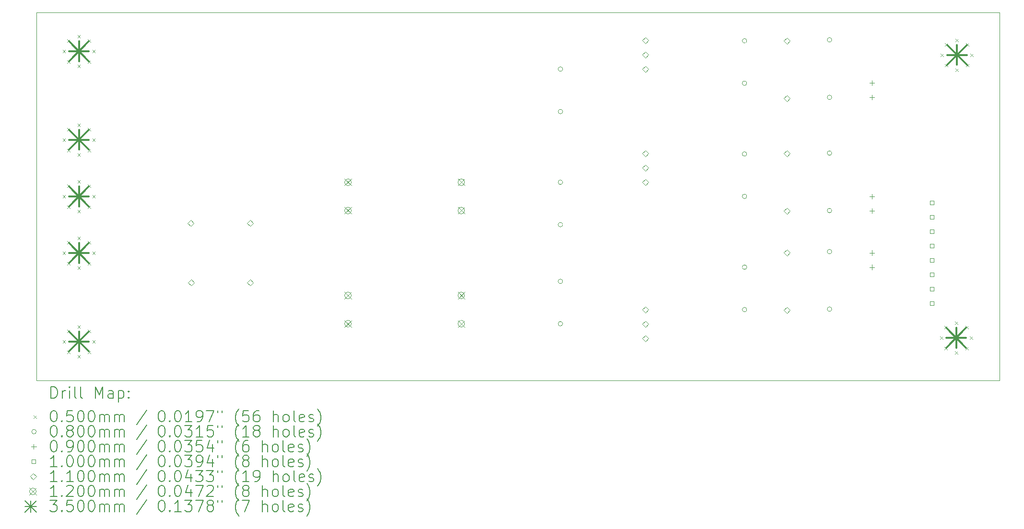
<source format=gbr>
%TF.GenerationSoftware,KiCad,Pcbnew,8.0.6*%
%TF.CreationDate,2024-12-15T12:14:28-05:00*%
%TF.ProjectId,SmallPSU,536d616c-6c50-4535-952e-6b696361645f,1.0*%
%TF.SameCoordinates,Original*%
%TF.FileFunction,Drillmap*%
%TF.FilePolarity,Positive*%
%FSLAX45Y45*%
G04 Gerber Fmt 4.5, Leading zero omitted, Abs format (unit mm)*
G04 Created by KiCad (PCBNEW 8.0.6) date 2024-12-15 12:14:28*
%MOMM*%
%LPD*%
G01*
G04 APERTURE LIST*
%ADD10C,0.050000*%
%ADD11C,0.200000*%
%ADD12C,0.100000*%
%ADD13C,0.110000*%
%ADD14C,0.120000*%
%ADD15C,0.350000*%
G04 APERTURE END LIST*
D10*
X6700000Y-2350000D02*
X23700000Y-2350000D01*
X23700000Y-8850000D01*
X6700000Y-8850000D01*
X6700000Y-2350000D01*
D11*
D12*
X7162500Y-3010615D02*
X7212500Y-3060615D01*
X7212500Y-3010615D02*
X7162500Y-3060615D01*
X7162500Y-4575000D02*
X7212500Y-4625000D01*
X7212500Y-4575000D02*
X7162500Y-4625000D01*
X7162500Y-5575000D02*
X7212500Y-5625000D01*
X7212500Y-5575000D02*
X7162500Y-5625000D01*
X7162500Y-6575000D02*
X7212500Y-6625000D01*
X7212500Y-6575000D02*
X7162500Y-6625000D01*
X7162500Y-8139384D02*
X7212500Y-8189384D01*
X7212500Y-8139384D02*
X7162500Y-8189384D01*
X7239384Y-2825000D02*
X7289384Y-2875000D01*
X7289384Y-2825000D02*
X7239384Y-2875000D01*
X7239384Y-3196231D02*
X7289384Y-3246231D01*
X7289384Y-3196231D02*
X7239384Y-3246231D01*
X7239384Y-4389385D02*
X7289384Y-4439385D01*
X7289384Y-4389385D02*
X7239384Y-4439385D01*
X7239384Y-4760616D02*
X7289384Y-4810616D01*
X7289384Y-4760616D02*
X7239384Y-4810616D01*
X7239384Y-5389385D02*
X7289384Y-5439385D01*
X7289384Y-5389385D02*
X7239384Y-5439385D01*
X7239384Y-5760615D02*
X7289384Y-5810615D01*
X7289384Y-5760615D02*
X7239384Y-5810615D01*
X7239384Y-6389384D02*
X7289384Y-6439384D01*
X7289384Y-6389384D02*
X7239384Y-6439384D01*
X7239384Y-6760615D02*
X7289384Y-6810615D01*
X7289384Y-6760615D02*
X7239384Y-6810615D01*
X7239384Y-7953769D02*
X7289384Y-8003769D01*
X7289384Y-7953769D02*
X7239384Y-8003769D01*
X7239384Y-8325000D02*
X7289384Y-8375000D01*
X7289384Y-8325000D02*
X7239384Y-8375000D01*
X7425000Y-2748116D02*
X7475000Y-2798115D01*
X7475000Y-2748116D02*
X7425000Y-2798115D01*
X7425000Y-3273115D02*
X7475000Y-3323115D01*
X7475000Y-3273115D02*
X7425000Y-3323115D01*
X7425000Y-4312500D02*
X7475000Y-4362500D01*
X7475000Y-4312500D02*
X7425000Y-4362500D01*
X7425000Y-4837500D02*
X7475000Y-4887500D01*
X7475000Y-4837500D02*
X7425000Y-4887500D01*
X7425000Y-5312500D02*
X7475000Y-5362500D01*
X7475000Y-5312500D02*
X7425000Y-5362500D01*
X7425000Y-5837500D02*
X7475000Y-5887500D01*
X7475000Y-5837500D02*
X7425000Y-5887500D01*
X7425000Y-6312500D02*
X7475000Y-6362500D01*
X7475000Y-6312500D02*
X7425000Y-6362500D01*
X7425000Y-6837500D02*
X7475000Y-6887500D01*
X7475000Y-6837500D02*
X7425000Y-6887500D01*
X7425000Y-7876884D02*
X7475000Y-7926884D01*
X7475000Y-7876884D02*
X7425000Y-7926884D01*
X7425000Y-8401885D02*
X7475000Y-8451885D01*
X7475000Y-8401885D02*
X7425000Y-8451885D01*
X7610615Y-2825000D02*
X7660615Y-2875000D01*
X7660615Y-2825000D02*
X7610615Y-2875000D01*
X7610615Y-3196231D02*
X7660615Y-3246231D01*
X7660615Y-3196231D02*
X7610615Y-3246231D01*
X7610615Y-4389385D02*
X7660615Y-4439385D01*
X7660615Y-4389385D02*
X7610615Y-4439385D01*
X7610615Y-4760616D02*
X7660615Y-4810616D01*
X7660615Y-4760616D02*
X7610615Y-4810616D01*
X7610615Y-5389385D02*
X7660615Y-5439385D01*
X7660615Y-5389385D02*
X7610615Y-5439385D01*
X7610615Y-5760615D02*
X7660615Y-5810615D01*
X7660615Y-5760615D02*
X7610615Y-5810615D01*
X7610615Y-6389384D02*
X7660615Y-6439384D01*
X7660615Y-6389384D02*
X7610615Y-6439384D01*
X7610615Y-6760615D02*
X7660615Y-6810615D01*
X7660615Y-6760615D02*
X7610615Y-6810615D01*
X7610615Y-7953769D02*
X7660615Y-8003769D01*
X7660615Y-7953769D02*
X7610615Y-8003769D01*
X7610615Y-8325000D02*
X7660615Y-8375000D01*
X7660615Y-8325000D02*
X7610615Y-8375000D01*
X7687500Y-3010615D02*
X7737500Y-3060615D01*
X7737500Y-3010615D02*
X7687500Y-3060615D01*
X7687500Y-4575000D02*
X7737500Y-4625000D01*
X7737500Y-4575000D02*
X7687500Y-4625000D01*
X7687500Y-5575000D02*
X7737500Y-5625000D01*
X7737500Y-5575000D02*
X7687500Y-5625000D01*
X7687500Y-6575000D02*
X7737500Y-6625000D01*
X7737500Y-6575000D02*
X7687500Y-6625000D01*
X7687500Y-8139384D02*
X7737500Y-8189384D01*
X7737500Y-8139384D02*
X7687500Y-8189384D01*
X22650000Y-8075000D02*
X22700000Y-8125000D01*
X22700000Y-8075000D02*
X22650000Y-8125000D01*
X22662500Y-3075000D02*
X22712500Y-3125000D01*
X22712500Y-3075000D02*
X22662500Y-3125000D01*
X22726884Y-7889384D02*
X22776884Y-7939384D01*
X22776884Y-7889384D02*
X22726884Y-7939384D01*
X22726884Y-8260615D02*
X22776884Y-8310615D01*
X22776884Y-8260615D02*
X22726884Y-8310615D01*
X22739384Y-2889384D02*
X22789384Y-2939384D01*
X22789384Y-2889384D02*
X22739384Y-2939384D01*
X22739384Y-3260615D02*
X22789384Y-3310615D01*
X22789384Y-3260615D02*
X22739384Y-3310615D01*
X22912500Y-7812500D02*
X22962500Y-7862500D01*
X22962500Y-7812500D02*
X22912500Y-7862500D01*
X22912500Y-8337500D02*
X22962500Y-8387500D01*
X22962500Y-8337500D02*
X22912500Y-8387500D01*
X22925000Y-2812500D02*
X22975000Y-2862500D01*
X22975000Y-2812500D02*
X22925000Y-2862500D01*
X22925000Y-3337500D02*
X22975000Y-3387500D01*
X22975000Y-3337500D02*
X22925000Y-3387500D01*
X23098115Y-7889384D02*
X23148115Y-7939384D01*
X23148115Y-7889384D02*
X23098115Y-7939384D01*
X23098115Y-8260615D02*
X23148115Y-8310615D01*
X23148115Y-8260615D02*
X23098115Y-8310615D01*
X23110615Y-2889384D02*
X23160615Y-2939384D01*
X23160615Y-2889384D02*
X23110615Y-2939384D01*
X23110615Y-3260615D02*
X23160615Y-3310615D01*
X23160615Y-3260615D02*
X23110615Y-3310615D01*
X23175000Y-8075000D02*
X23225000Y-8125000D01*
X23225000Y-8075000D02*
X23175000Y-8125000D01*
X23187500Y-3075000D02*
X23237500Y-3125000D01*
X23237500Y-3075000D02*
X23187500Y-3125000D01*
X15990000Y-3350000D02*
G75*
G02*
X15910000Y-3350000I-40000J0D01*
G01*
X15910000Y-3350000D02*
G75*
G02*
X15990000Y-3350000I40000J0D01*
G01*
X15990000Y-4100000D02*
G75*
G02*
X15910000Y-4100000I-40000J0D01*
G01*
X15910000Y-4100000D02*
G75*
G02*
X15990000Y-4100000I40000J0D01*
G01*
X15990000Y-5350000D02*
G75*
G02*
X15910000Y-5350000I-40000J0D01*
G01*
X15910000Y-5350000D02*
G75*
G02*
X15990000Y-5350000I40000J0D01*
G01*
X15990000Y-6100000D02*
G75*
G02*
X15910000Y-6100000I-40000J0D01*
G01*
X15910000Y-6100000D02*
G75*
G02*
X15990000Y-6100000I40000J0D01*
G01*
X15990000Y-7100000D02*
G75*
G02*
X15910000Y-7100000I-40000J0D01*
G01*
X15910000Y-7100000D02*
G75*
G02*
X15990000Y-7100000I40000J0D01*
G01*
X15990000Y-7850000D02*
G75*
G02*
X15910000Y-7850000I-40000J0D01*
G01*
X15910000Y-7850000D02*
G75*
G02*
X15990000Y-7850000I40000J0D01*
G01*
X19240000Y-2850000D02*
G75*
G02*
X19160000Y-2850000I-40000J0D01*
G01*
X19160000Y-2850000D02*
G75*
G02*
X19240000Y-2850000I40000J0D01*
G01*
X19240000Y-3600000D02*
G75*
G02*
X19160000Y-3600000I-40000J0D01*
G01*
X19160000Y-3600000D02*
G75*
G02*
X19240000Y-3600000I40000J0D01*
G01*
X19240000Y-4850000D02*
G75*
G02*
X19160000Y-4850000I-40000J0D01*
G01*
X19160000Y-4850000D02*
G75*
G02*
X19240000Y-4850000I40000J0D01*
G01*
X19240000Y-5600000D02*
G75*
G02*
X19160000Y-5600000I-40000J0D01*
G01*
X19160000Y-5600000D02*
G75*
G02*
X19240000Y-5600000I40000J0D01*
G01*
X19240000Y-6850000D02*
G75*
G02*
X19160000Y-6850000I-40000J0D01*
G01*
X19160000Y-6850000D02*
G75*
G02*
X19240000Y-6850000I40000J0D01*
G01*
X19240000Y-7600000D02*
G75*
G02*
X19160000Y-7600000I-40000J0D01*
G01*
X19160000Y-7600000D02*
G75*
G02*
X19240000Y-7600000I40000J0D01*
G01*
X20740000Y-2834000D02*
G75*
G02*
X20660000Y-2834000I-40000J0D01*
G01*
X20660000Y-2834000D02*
G75*
G02*
X20740000Y-2834000I40000J0D01*
G01*
X20740000Y-3850000D02*
G75*
G02*
X20660000Y-3850000I-40000J0D01*
G01*
X20660000Y-3850000D02*
G75*
G02*
X20740000Y-3850000I40000J0D01*
G01*
X20740000Y-4834000D02*
G75*
G02*
X20660000Y-4834000I-40000J0D01*
G01*
X20660000Y-4834000D02*
G75*
G02*
X20740000Y-4834000I40000J0D01*
G01*
X20740000Y-5850000D02*
G75*
G02*
X20660000Y-5850000I-40000J0D01*
G01*
X20660000Y-5850000D02*
G75*
G02*
X20740000Y-5850000I40000J0D01*
G01*
X20740000Y-6576000D02*
G75*
G02*
X20660000Y-6576000I-40000J0D01*
G01*
X20660000Y-6576000D02*
G75*
G02*
X20740000Y-6576000I40000J0D01*
G01*
X20740000Y-7592000D02*
G75*
G02*
X20660000Y-7592000I-40000J0D01*
G01*
X20660000Y-7592000D02*
G75*
G02*
X20740000Y-7592000I40000J0D01*
G01*
X21450000Y-3551000D02*
X21450000Y-3641000D01*
X21405000Y-3596000D02*
X21495000Y-3596000D01*
X21450000Y-3805000D02*
X21450000Y-3895000D01*
X21405000Y-3850000D02*
X21495000Y-3850000D01*
X21450000Y-5555000D02*
X21450000Y-5645000D01*
X21405000Y-5600000D02*
X21495000Y-5600000D01*
X21450000Y-5809000D02*
X21450000Y-5899000D01*
X21405000Y-5854000D02*
X21495000Y-5854000D01*
X21450000Y-6551000D02*
X21450000Y-6641000D01*
X21405000Y-6596000D02*
X21495000Y-6596000D01*
X21450000Y-6805000D02*
X21450000Y-6895000D01*
X21405000Y-6850000D02*
X21495000Y-6850000D01*
X22545356Y-5747856D02*
X22545356Y-5677144D01*
X22474644Y-5677144D01*
X22474644Y-5747856D01*
X22545356Y-5747856D01*
X22545356Y-6001856D02*
X22545356Y-5931144D01*
X22474644Y-5931144D01*
X22474644Y-6001856D01*
X22545356Y-6001856D01*
X22545356Y-6255856D02*
X22545356Y-6185144D01*
X22474644Y-6185144D01*
X22474644Y-6255856D01*
X22545356Y-6255856D01*
X22545356Y-6509856D02*
X22545356Y-6439144D01*
X22474644Y-6439144D01*
X22474644Y-6509856D01*
X22545356Y-6509856D01*
X22545356Y-6763856D02*
X22545356Y-6693144D01*
X22474644Y-6693144D01*
X22474644Y-6763856D01*
X22545356Y-6763856D01*
X22545356Y-7017856D02*
X22545356Y-6947144D01*
X22474644Y-6947144D01*
X22474644Y-7017856D01*
X22545356Y-7017856D01*
X22545356Y-7271856D02*
X22545356Y-7201144D01*
X22474644Y-7201144D01*
X22474644Y-7271856D01*
X22545356Y-7271856D01*
X22545356Y-7525856D02*
X22545356Y-7455144D01*
X22474644Y-7455144D01*
X22474644Y-7525856D01*
X22545356Y-7525856D01*
D13*
X9425000Y-6130000D02*
X9480000Y-6075000D01*
X9425000Y-6020000D01*
X9370000Y-6075000D01*
X9425000Y-6130000D01*
X9435000Y-7180000D02*
X9490000Y-7125000D01*
X9435000Y-7070000D01*
X9380000Y-7125000D01*
X9435000Y-7180000D01*
X10475000Y-6130000D02*
X10530000Y-6075000D01*
X10475000Y-6020000D01*
X10420000Y-6075000D01*
X10475000Y-6130000D01*
X10475000Y-7180000D02*
X10530000Y-7125000D01*
X10475000Y-7070000D01*
X10420000Y-7125000D01*
X10475000Y-7180000D01*
X17450000Y-2897000D02*
X17505000Y-2842000D01*
X17450000Y-2787000D01*
X17395000Y-2842000D01*
X17450000Y-2897000D01*
X17450000Y-3151000D02*
X17505000Y-3096000D01*
X17450000Y-3041000D01*
X17395000Y-3096000D01*
X17450000Y-3151000D01*
X17450000Y-3405000D02*
X17505000Y-3350000D01*
X17450000Y-3295000D01*
X17395000Y-3350000D01*
X17450000Y-3405000D01*
X17450000Y-4897000D02*
X17505000Y-4842000D01*
X17450000Y-4787000D01*
X17395000Y-4842000D01*
X17450000Y-4897000D01*
X17450000Y-5151000D02*
X17505000Y-5096000D01*
X17450000Y-5041000D01*
X17395000Y-5096000D01*
X17450000Y-5151000D01*
X17450000Y-5405000D02*
X17505000Y-5350000D01*
X17450000Y-5295000D01*
X17395000Y-5350000D01*
X17450000Y-5405000D01*
X17450000Y-7655000D02*
X17505000Y-7600000D01*
X17450000Y-7545000D01*
X17395000Y-7600000D01*
X17450000Y-7655000D01*
X17450000Y-7909000D02*
X17505000Y-7854000D01*
X17450000Y-7799000D01*
X17395000Y-7854000D01*
X17450000Y-7909000D01*
X17450000Y-8163000D02*
X17505000Y-8108000D01*
X17450000Y-8053000D01*
X17395000Y-8108000D01*
X17450000Y-8163000D01*
X19950000Y-2905000D02*
X20005000Y-2850000D01*
X19950000Y-2795000D01*
X19895000Y-2850000D01*
X19950000Y-2905000D01*
X19950000Y-3921000D02*
X20005000Y-3866000D01*
X19950000Y-3811000D01*
X19895000Y-3866000D01*
X19950000Y-3921000D01*
X19950000Y-4897000D02*
X20005000Y-4842000D01*
X19950000Y-4787000D01*
X19895000Y-4842000D01*
X19950000Y-4897000D01*
X19950000Y-5913000D02*
X20005000Y-5858000D01*
X19950000Y-5803000D01*
X19895000Y-5858000D01*
X19950000Y-5913000D01*
X19950000Y-6647000D02*
X20005000Y-6592000D01*
X19950000Y-6537000D01*
X19895000Y-6592000D01*
X19950000Y-6647000D01*
X19950000Y-7663000D02*
X20005000Y-7608000D01*
X19950000Y-7553000D01*
X19895000Y-7608000D01*
X19950000Y-7663000D01*
D14*
X12140000Y-5290000D02*
X12260000Y-5410000D01*
X12260000Y-5290000D02*
X12140000Y-5410000D01*
X12260000Y-5350000D02*
G75*
G02*
X12140000Y-5350000I-60000J0D01*
G01*
X12140000Y-5350000D02*
G75*
G02*
X12260000Y-5350000I60000J0D01*
G01*
X12140000Y-5790000D02*
X12260000Y-5910000D01*
X12260000Y-5790000D02*
X12140000Y-5910000D01*
X12260000Y-5850000D02*
G75*
G02*
X12140000Y-5850000I-60000J0D01*
G01*
X12140000Y-5850000D02*
G75*
G02*
X12260000Y-5850000I60000J0D01*
G01*
X12140000Y-7290000D02*
X12260000Y-7410000D01*
X12260000Y-7290000D02*
X12140000Y-7410000D01*
X12260000Y-7350000D02*
G75*
G02*
X12140000Y-7350000I-60000J0D01*
G01*
X12140000Y-7350000D02*
G75*
G02*
X12260000Y-7350000I60000J0D01*
G01*
X12140000Y-7790000D02*
X12260000Y-7910000D01*
X12260000Y-7790000D02*
X12140000Y-7910000D01*
X12260000Y-7850000D02*
G75*
G02*
X12140000Y-7850000I-60000J0D01*
G01*
X12140000Y-7850000D02*
G75*
G02*
X12260000Y-7850000I60000J0D01*
G01*
X14140000Y-5290000D02*
X14260000Y-5410000D01*
X14260000Y-5290000D02*
X14140000Y-5410000D01*
X14260000Y-5350000D02*
G75*
G02*
X14140000Y-5350000I-60000J0D01*
G01*
X14140000Y-5350000D02*
G75*
G02*
X14260000Y-5350000I60000J0D01*
G01*
X14140000Y-5790000D02*
X14260000Y-5910000D01*
X14260000Y-5790000D02*
X14140000Y-5910000D01*
X14260000Y-5850000D02*
G75*
G02*
X14140000Y-5850000I-60000J0D01*
G01*
X14140000Y-5850000D02*
G75*
G02*
X14260000Y-5850000I60000J0D01*
G01*
X14140000Y-7290000D02*
X14260000Y-7410000D01*
X14260000Y-7290000D02*
X14140000Y-7410000D01*
X14260000Y-7350000D02*
G75*
G02*
X14140000Y-7350000I-60000J0D01*
G01*
X14140000Y-7350000D02*
G75*
G02*
X14260000Y-7350000I60000J0D01*
G01*
X14140000Y-7790000D02*
X14260000Y-7910000D01*
X14260000Y-7790000D02*
X14140000Y-7910000D01*
X14260000Y-7850000D02*
G75*
G02*
X14140000Y-7850000I-60000J0D01*
G01*
X14140000Y-7850000D02*
G75*
G02*
X14260000Y-7850000I60000J0D01*
G01*
D15*
X7275000Y-2860615D02*
X7625000Y-3210615D01*
X7625000Y-2860615D02*
X7275000Y-3210615D01*
X7450000Y-2860615D02*
X7450000Y-3210615D01*
X7275000Y-3035615D02*
X7625000Y-3035615D01*
X7275000Y-4425000D02*
X7625000Y-4775000D01*
X7625000Y-4425000D02*
X7275000Y-4775000D01*
X7450000Y-4425000D02*
X7450000Y-4775000D01*
X7275000Y-4600000D02*
X7625000Y-4600000D01*
X7275000Y-5425000D02*
X7625000Y-5775000D01*
X7625000Y-5425000D02*
X7275000Y-5775000D01*
X7450000Y-5425000D02*
X7450000Y-5775000D01*
X7275000Y-5600000D02*
X7625000Y-5600000D01*
X7275000Y-6425000D02*
X7625000Y-6775000D01*
X7625000Y-6425000D02*
X7275000Y-6775000D01*
X7450000Y-6425000D02*
X7450000Y-6775000D01*
X7275000Y-6600000D02*
X7625000Y-6600000D01*
X7275000Y-7989384D02*
X7625000Y-8339384D01*
X7625000Y-7989384D02*
X7275000Y-8339384D01*
X7450000Y-7989384D02*
X7450000Y-8339384D01*
X7275000Y-8164384D02*
X7625000Y-8164384D01*
X22762500Y-7925000D02*
X23112500Y-8275000D01*
X23112500Y-7925000D02*
X22762500Y-8275000D01*
X22937500Y-7925000D02*
X22937500Y-8275000D01*
X22762500Y-8100000D02*
X23112500Y-8100000D01*
X22775000Y-2925000D02*
X23125000Y-3275000D01*
X23125000Y-2925000D02*
X22775000Y-3275000D01*
X22950000Y-2925000D02*
X22950000Y-3275000D01*
X22775000Y-3100000D02*
X23125000Y-3100000D01*
D11*
X6958277Y-9163984D02*
X6958277Y-8963984D01*
X6958277Y-8963984D02*
X7005896Y-8963984D01*
X7005896Y-8963984D02*
X7034467Y-8973508D01*
X7034467Y-8973508D02*
X7053515Y-8992555D01*
X7053515Y-8992555D02*
X7063039Y-9011603D01*
X7063039Y-9011603D02*
X7072562Y-9049698D01*
X7072562Y-9049698D02*
X7072562Y-9078270D01*
X7072562Y-9078270D02*
X7063039Y-9116365D01*
X7063039Y-9116365D02*
X7053515Y-9135412D01*
X7053515Y-9135412D02*
X7034467Y-9154460D01*
X7034467Y-9154460D02*
X7005896Y-9163984D01*
X7005896Y-9163984D02*
X6958277Y-9163984D01*
X7158277Y-9163984D02*
X7158277Y-9030650D01*
X7158277Y-9068746D02*
X7167801Y-9049698D01*
X7167801Y-9049698D02*
X7177324Y-9040174D01*
X7177324Y-9040174D02*
X7196372Y-9030650D01*
X7196372Y-9030650D02*
X7215420Y-9030650D01*
X7282086Y-9163984D02*
X7282086Y-9030650D01*
X7282086Y-8963984D02*
X7272562Y-8973508D01*
X7272562Y-8973508D02*
X7282086Y-8983031D01*
X7282086Y-8983031D02*
X7291610Y-8973508D01*
X7291610Y-8973508D02*
X7282086Y-8963984D01*
X7282086Y-8963984D02*
X7282086Y-8983031D01*
X7405896Y-9163984D02*
X7386848Y-9154460D01*
X7386848Y-9154460D02*
X7377324Y-9135412D01*
X7377324Y-9135412D02*
X7377324Y-8963984D01*
X7510658Y-9163984D02*
X7491610Y-9154460D01*
X7491610Y-9154460D02*
X7482086Y-9135412D01*
X7482086Y-9135412D02*
X7482086Y-8963984D01*
X7739229Y-9163984D02*
X7739229Y-8963984D01*
X7739229Y-8963984D02*
X7805896Y-9106841D01*
X7805896Y-9106841D02*
X7872562Y-8963984D01*
X7872562Y-8963984D02*
X7872562Y-9163984D01*
X8053515Y-9163984D02*
X8053515Y-9059222D01*
X8053515Y-9059222D02*
X8043991Y-9040174D01*
X8043991Y-9040174D02*
X8024943Y-9030650D01*
X8024943Y-9030650D02*
X7986848Y-9030650D01*
X7986848Y-9030650D02*
X7967801Y-9040174D01*
X8053515Y-9154460D02*
X8034467Y-9163984D01*
X8034467Y-9163984D02*
X7986848Y-9163984D01*
X7986848Y-9163984D02*
X7967801Y-9154460D01*
X7967801Y-9154460D02*
X7958277Y-9135412D01*
X7958277Y-9135412D02*
X7958277Y-9116365D01*
X7958277Y-9116365D02*
X7967801Y-9097317D01*
X7967801Y-9097317D02*
X7986848Y-9087793D01*
X7986848Y-9087793D02*
X8034467Y-9087793D01*
X8034467Y-9087793D02*
X8053515Y-9078270D01*
X8148753Y-9030650D02*
X8148753Y-9230650D01*
X8148753Y-9040174D02*
X8167801Y-9030650D01*
X8167801Y-9030650D02*
X8205896Y-9030650D01*
X8205896Y-9030650D02*
X8224943Y-9040174D01*
X8224943Y-9040174D02*
X8234467Y-9049698D01*
X8234467Y-9049698D02*
X8243991Y-9068746D01*
X8243991Y-9068746D02*
X8243991Y-9125889D01*
X8243991Y-9125889D02*
X8234467Y-9144936D01*
X8234467Y-9144936D02*
X8224943Y-9154460D01*
X8224943Y-9154460D02*
X8205896Y-9163984D01*
X8205896Y-9163984D02*
X8167801Y-9163984D01*
X8167801Y-9163984D02*
X8148753Y-9154460D01*
X8329705Y-9144936D02*
X8339229Y-9154460D01*
X8339229Y-9154460D02*
X8329705Y-9163984D01*
X8329705Y-9163984D02*
X8320182Y-9154460D01*
X8320182Y-9154460D02*
X8329705Y-9144936D01*
X8329705Y-9144936D02*
X8329705Y-9163984D01*
X8329705Y-9040174D02*
X8339229Y-9049698D01*
X8339229Y-9049698D02*
X8329705Y-9059222D01*
X8329705Y-9059222D02*
X8320182Y-9049698D01*
X8320182Y-9049698D02*
X8329705Y-9040174D01*
X8329705Y-9040174D02*
X8329705Y-9059222D01*
D12*
X6647500Y-9467500D02*
X6697500Y-9517500D01*
X6697500Y-9467500D02*
X6647500Y-9517500D01*
D11*
X6996372Y-9383984D02*
X7015420Y-9383984D01*
X7015420Y-9383984D02*
X7034467Y-9393508D01*
X7034467Y-9393508D02*
X7043991Y-9403031D01*
X7043991Y-9403031D02*
X7053515Y-9422079D01*
X7053515Y-9422079D02*
X7063039Y-9460174D01*
X7063039Y-9460174D02*
X7063039Y-9507793D01*
X7063039Y-9507793D02*
X7053515Y-9545889D01*
X7053515Y-9545889D02*
X7043991Y-9564936D01*
X7043991Y-9564936D02*
X7034467Y-9574460D01*
X7034467Y-9574460D02*
X7015420Y-9583984D01*
X7015420Y-9583984D02*
X6996372Y-9583984D01*
X6996372Y-9583984D02*
X6977324Y-9574460D01*
X6977324Y-9574460D02*
X6967801Y-9564936D01*
X6967801Y-9564936D02*
X6958277Y-9545889D01*
X6958277Y-9545889D02*
X6948753Y-9507793D01*
X6948753Y-9507793D02*
X6948753Y-9460174D01*
X6948753Y-9460174D02*
X6958277Y-9422079D01*
X6958277Y-9422079D02*
X6967801Y-9403031D01*
X6967801Y-9403031D02*
X6977324Y-9393508D01*
X6977324Y-9393508D02*
X6996372Y-9383984D01*
X7148753Y-9564936D02*
X7158277Y-9574460D01*
X7158277Y-9574460D02*
X7148753Y-9583984D01*
X7148753Y-9583984D02*
X7139229Y-9574460D01*
X7139229Y-9574460D02*
X7148753Y-9564936D01*
X7148753Y-9564936D02*
X7148753Y-9583984D01*
X7339229Y-9383984D02*
X7243991Y-9383984D01*
X7243991Y-9383984D02*
X7234467Y-9479222D01*
X7234467Y-9479222D02*
X7243991Y-9469698D01*
X7243991Y-9469698D02*
X7263039Y-9460174D01*
X7263039Y-9460174D02*
X7310658Y-9460174D01*
X7310658Y-9460174D02*
X7329705Y-9469698D01*
X7329705Y-9469698D02*
X7339229Y-9479222D01*
X7339229Y-9479222D02*
X7348753Y-9498270D01*
X7348753Y-9498270D02*
X7348753Y-9545889D01*
X7348753Y-9545889D02*
X7339229Y-9564936D01*
X7339229Y-9564936D02*
X7329705Y-9574460D01*
X7329705Y-9574460D02*
X7310658Y-9583984D01*
X7310658Y-9583984D02*
X7263039Y-9583984D01*
X7263039Y-9583984D02*
X7243991Y-9574460D01*
X7243991Y-9574460D02*
X7234467Y-9564936D01*
X7472562Y-9383984D02*
X7491610Y-9383984D01*
X7491610Y-9383984D02*
X7510658Y-9393508D01*
X7510658Y-9393508D02*
X7520182Y-9403031D01*
X7520182Y-9403031D02*
X7529705Y-9422079D01*
X7529705Y-9422079D02*
X7539229Y-9460174D01*
X7539229Y-9460174D02*
X7539229Y-9507793D01*
X7539229Y-9507793D02*
X7529705Y-9545889D01*
X7529705Y-9545889D02*
X7520182Y-9564936D01*
X7520182Y-9564936D02*
X7510658Y-9574460D01*
X7510658Y-9574460D02*
X7491610Y-9583984D01*
X7491610Y-9583984D02*
X7472562Y-9583984D01*
X7472562Y-9583984D02*
X7453515Y-9574460D01*
X7453515Y-9574460D02*
X7443991Y-9564936D01*
X7443991Y-9564936D02*
X7434467Y-9545889D01*
X7434467Y-9545889D02*
X7424943Y-9507793D01*
X7424943Y-9507793D02*
X7424943Y-9460174D01*
X7424943Y-9460174D02*
X7434467Y-9422079D01*
X7434467Y-9422079D02*
X7443991Y-9403031D01*
X7443991Y-9403031D02*
X7453515Y-9393508D01*
X7453515Y-9393508D02*
X7472562Y-9383984D01*
X7663039Y-9383984D02*
X7682086Y-9383984D01*
X7682086Y-9383984D02*
X7701134Y-9393508D01*
X7701134Y-9393508D02*
X7710658Y-9403031D01*
X7710658Y-9403031D02*
X7720182Y-9422079D01*
X7720182Y-9422079D02*
X7729705Y-9460174D01*
X7729705Y-9460174D02*
X7729705Y-9507793D01*
X7729705Y-9507793D02*
X7720182Y-9545889D01*
X7720182Y-9545889D02*
X7710658Y-9564936D01*
X7710658Y-9564936D02*
X7701134Y-9574460D01*
X7701134Y-9574460D02*
X7682086Y-9583984D01*
X7682086Y-9583984D02*
X7663039Y-9583984D01*
X7663039Y-9583984D02*
X7643991Y-9574460D01*
X7643991Y-9574460D02*
X7634467Y-9564936D01*
X7634467Y-9564936D02*
X7624943Y-9545889D01*
X7624943Y-9545889D02*
X7615420Y-9507793D01*
X7615420Y-9507793D02*
X7615420Y-9460174D01*
X7615420Y-9460174D02*
X7624943Y-9422079D01*
X7624943Y-9422079D02*
X7634467Y-9403031D01*
X7634467Y-9403031D02*
X7643991Y-9393508D01*
X7643991Y-9393508D02*
X7663039Y-9383984D01*
X7815420Y-9583984D02*
X7815420Y-9450650D01*
X7815420Y-9469698D02*
X7824943Y-9460174D01*
X7824943Y-9460174D02*
X7843991Y-9450650D01*
X7843991Y-9450650D02*
X7872563Y-9450650D01*
X7872563Y-9450650D02*
X7891610Y-9460174D01*
X7891610Y-9460174D02*
X7901134Y-9479222D01*
X7901134Y-9479222D02*
X7901134Y-9583984D01*
X7901134Y-9479222D02*
X7910658Y-9460174D01*
X7910658Y-9460174D02*
X7929705Y-9450650D01*
X7929705Y-9450650D02*
X7958277Y-9450650D01*
X7958277Y-9450650D02*
X7977324Y-9460174D01*
X7977324Y-9460174D02*
X7986848Y-9479222D01*
X7986848Y-9479222D02*
X7986848Y-9583984D01*
X8082086Y-9583984D02*
X8082086Y-9450650D01*
X8082086Y-9469698D02*
X8091610Y-9460174D01*
X8091610Y-9460174D02*
X8110658Y-9450650D01*
X8110658Y-9450650D02*
X8139229Y-9450650D01*
X8139229Y-9450650D02*
X8158277Y-9460174D01*
X8158277Y-9460174D02*
X8167801Y-9479222D01*
X8167801Y-9479222D02*
X8167801Y-9583984D01*
X8167801Y-9479222D02*
X8177324Y-9460174D01*
X8177324Y-9460174D02*
X8196372Y-9450650D01*
X8196372Y-9450650D02*
X8224943Y-9450650D01*
X8224943Y-9450650D02*
X8243991Y-9460174D01*
X8243991Y-9460174D02*
X8253515Y-9479222D01*
X8253515Y-9479222D02*
X8253515Y-9583984D01*
X8643991Y-9374460D02*
X8472563Y-9631603D01*
X8901134Y-9383984D02*
X8920182Y-9383984D01*
X8920182Y-9383984D02*
X8939229Y-9393508D01*
X8939229Y-9393508D02*
X8948753Y-9403031D01*
X8948753Y-9403031D02*
X8958277Y-9422079D01*
X8958277Y-9422079D02*
X8967801Y-9460174D01*
X8967801Y-9460174D02*
X8967801Y-9507793D01*
X8967801Y-9507793D02*
X8958277Y-9545889D01*
X8958277Y-9545889D02*
X8948753Y-9564936D01*
X8948753Y-9564936D02*
X8939229Y-9574460D01*
X8939229Y-9574460D02*
X8920182Y-9583984D01*
X8920182Y-9583984D02*
X8901134Y-9583984D01*
X8901134Y-9583984D02*
X8882087Y-9574460D01*
X8882087Y-9574460D02*
X8872563Y-9564936D01*
X8872563Y-9564936D02*
X8863039Y-9545889D01*
X8863039Y-9545889D02*
X8853515Y-9507793D01*
X8853515Y-9507793D02*
X8853515Y-9460174D01*
X8853515Y-9460174D02*
X8863039Y-9422079D01*
X8863039Y-9422079D02*
X8872563Y-9403031D01*
X8872563Y-9403031D02*
X8882087Y-9393508D01*
X8882087Y-9393508D02*
X8901134Y-9383984D01*
X9053515Y-9564936D02*
X9063039Y-9574460D01*
X9063039Y-9574460D02*
X9053515Y-9583984D01*
X9053515Y-9583984D02*
X9043991Y-9574460D01*
X9043991Y-9574460D02*
X9053515Y-9564936D01*
X9053515Y-9564936D02*
X9053515Y-9583984D01*
X9186848Y-9383984D02*
X9205896Y-9383984D01*
X9205896Y-9383984D02*
X9224944Y-9393508D01*
X9224944Y-9393508D02*
X9234468Y-9403031D01*
X9234468Y-9403031D02*
X9243991Y-9422079D01*
X9243991Y-9422079D02*
X9253515Y-9460174D01*
X9253515Y-9460174D02*
X9253515Y-9507793D01*
X9253515Y-9507793D02*
X9243991Y-9545889D01*
X9243991Y-9545889D02*
X9234468Y-9564936D01*
X9234468Y-9564936D02*
X9224944Y-9574460D01*
X9224944Y-9574460D02*
X9205896Y-9583984D01*
X9205896Y-9583984D02*
X9186848Y-9583984D01*
X9186848Y-9583984D02*
X9167801Y-9574460D01*
X9167801Y-9574460D02*
X9158277Y-9564936D01*
X9158277Y-9564936D02*
X9148753Y-9545889D01*
X9148753Y-9545889D02*
X9139229Y-9507793D01*
X9139229Y-9507793D02*
X9139229Y-9460174D01*
X9139229Y-9460174D02*
X9148753Y-9422079D01*
X9148753Y-9422079D02*
X9158277Y-9403031D01*
X9158277Y-9403031D02*
X9167801Y-9393508D01*
X9167801Y-9393508D02*
X9186848Y-9383984D01*
X9443991Y-9583984D02*
X9329706Y-9583984D01*
X9386848Y-9583984D02*
X9386848Y-9383984D01*
X9386848Y-9383984D02*
X9367801Y-9412555D01*
X9367801Y-9412555D02*
X9348753Y-9431603D01*
X9348753Y-9431603D02*
X9329706Y-9441127D01*
X9539229Y-9583984D02*
X9577325Y-9583984D01*
X9577325Y-9583984D02*
X9596372Y-9574460D01*
X9596372Y-9574460D02*
X9605896Y-9564936D01*
X9605896Y-9564936D02*
X9624944Y-9536365D01*
X9624944Y-9536365D02*
X9634468Y-9498270D01*
X9634468Y-9498270D02*
X9634468Y-9422079D01*
X9634468Y-9422079D02*
X9624944Y-9403031D01*
X9624944Y-9403031D02*
X9615420Y-9393508D01*
X9615420Y-9393508D02*
X9596372Y-9383984D01*
X9596372Y-9383984D02*
X9558277Y-9383984D01*
X9558277Y-9383984D02*
X9539229Y-9393508D01*
X9539229Y-9393508D02*
X9529706Y-9403031D01*
X9529706Y-9403031D02*
X9520182Y-9422079D01*
X9520182Y-9422079D02*
X9520182Y-9469698D01*
X9520182Y-9469698D02*
X9529706Y-9488746D01*
X9529706Y-9488746D02*
X9539229Y-9498270D01*
X9539229Y-9498270D02*
X9558277Y-9507793D01*
X9558277Y-9507793D02*
X9596372Y-9507793D01*
X9596372Y-9507793D02*
X9615420Y-9498270D01*
X9615420Y-9498270D02*
X9624944Y-9488746D01*
X9624944Y-9488746D02*
X9634468Y-9469698D01*
X9701134Y-9383984D02*
X9834468Y-9383984D01*
X9834468Y-9383984D02*
X9748753Y-9583984D01*
X9901134Y-9383984D02*
X9901134Y-9422079D01*
X9977325Y-9383984D02*
X9977325Y-9422079D01*
X10272563Y-9660174D02*
X10263039Y-9650650D01*
X10263039Y-9650650D02*
X10243991Y-9622079D01*
X10243991Y-9622079D02*
X10234468Y-9603031D01*
X10234468Y-9603031D02*
X10224944Y-9574460D01*
X10224944Y-9574460D02*
X10215420Y-9526841D01*
X10215420Y-9526841D02*
X10215420Y-9488746D01*
X10215420Y-9488746D02*
X10224944Y-9441127D01*
X10224944Y-9441127D02*
X10234468Y-9412555D01*
X10234468Y-9412555D02*
X10243991Y-9393508D01*
X10243991Y-9393508D02*
X10263039Y-9364936D01*
X10263039Y-9364936D02*
X10272563Y-9355412D01*
X10443991Y-9383984D02*
X10348753Y-9383984D01*
X10348753Y-9383984D02*
X10339230Y-9479222D01*
X10339230Y-9479222D02*
X10348753Y-9469698D01*
X10348753Y-9469698D02*
X10367801Y-9460174D01*
X10367801Y-9460174D02*
X10415420Y-9460174D01*
X10415420Y-9460174D02*
X10434468Y-9469698D01*
X10434468Y-9469698D02*
X10443991Y-9479222D01*
X10443991Y-9479222D02*
X10453515Y-9498270D01*
X10453515Y-9498270D02*
X10453515Y-9545889D01*
X10453515Y-9545889D02*
X10443991Y-9564936D01*
X10443991Y-9564936D02*
X10434468Y-9574460D01*
X10434468Y-9574460D02*
X10415420Y-9583984D01*
X10415420Y-9583984D02*
X10367801Y-9583984D01*
X10367801Y-9583984D02*
X10348753Y-9574460D01*
X10348753Y-9574460D02*
X10339230Y-9564936D01*
X10624944Y-9383984D02*
X10586849Y-9383984D01*
X10586849Y-9383984D02*
X10567801Y-9393508D01*
X10567801Y-9393508D02*
X10558277Y-9403031D01*
X10558277Y-9403031D02*
X10539230Y-9431603D01*
X10539230Y-9431603D02*
X10529706Y-9469698D01*
X10529706Y-9469698D02*
X10529706Y-9545889D01*
X10529706Y-9545889D02*
X10539230Y-9564936D01*
X10539230Y-9564936D02*
X10548753Y-9574460D01*
X10548753Y-9574460D02*
X10567801Y-9583984D01*
X10567801Y-9583984D02*
X10605896Y-9583984D01*
X10605896Y-9583984D02*
X10624944Y-9574460D01*
X10624944Y-9574460D02*
X10634468Y-9564936D01*
X10634468Y-9564936D02*
X10643991Y-9545889D01*
X10643991Y-9545889D02*
X10643991Y-9498270D01*
X10643991Y-9498270D02*
X10634468Y-9479222D01*
X10634468Y-9479222D02*
X10624944Y-9469698D01*
X10624944Y-9469698D02*
X10605896Y-9460174D01*
X10605896Y-9460174D02*
X10567801Y-9460174D01*
X10567801Y-9460174D02*
X10548753Y-9469698D01*
X10548753Y-9469698D02*
X10539230Y-9479222D01*
X10539230Y-9479222D02*
X10529706Y-9498270D01*
X10882087Y-9583984D02*
X10882087Y-9383984D01*
X10967801Y-9583984D02*
X10967801Y-9479222D01*
X10967801Y-9479222D02*
X10958277Y-9460174D01*
X10958277Y-9460174D02*
X10939230Y-9450650D01*
X10939230Y-9450650D02*
X10910658Y-9450650D01*
X10910658Y-9450650D02*
X10891611Y-9460174D01*
X10891611Y-9460174D02*
X10882087Y-9469698D01*
X11091611Y-9583984D02*
X11072563Y-9574460D01*
X11072563Y-9574460D02*
X11063039Y-9564936D01*
X11063039Y-9564936D02*
X11053515Y-9545889D01*
X11053515Y-9545889D02*
X11053515Y-9488746D01*
X11053515Y-9488746D02*
X11063039Y-9469698D01*
X11063039Y-9469698D02*
X11072563Y-9460174D01*
X11072563Y-9460174D02*
X11091611Y-9450650D01*
X11091611Y-9450650D02*
X11120182Y-9450650D01*
X11120182Y-9450650D02*
X11139230Y-9460174D01*
X11139230Y-9460174D02*
X11148753Y-9469698D01*
X11148753Y-9469698D02*
X11158277Y-9488746D01*
X11158277Y-9488746D02*
X11158277Y-9545889D01*
X11158277Y-9545889D02*
X11148753Y-9564936D01*
X11148753Y-9564936D02*
X11139230Y-9574460D01*
X11139230Y-9574460D02*
X11120182Y-9583984D01*
X11120182Y-9583984D02*
X11091611Y-9583984D01*
X11272563Y-9583984D02*
X11253515Y-9574460D01*
X11253515Y-9574460D02*
X11243991Y-9555412D01*
X11243991Y-9555412D02*
X11243991Y-9383984D01*
X11424944Y-9574460D02*
X11405896Y-9583984D01*
X11405896Y-9583984D02*
X11367801Y-9583984D01*
X11367801Y-9583984D02*
X11348753Y-9574460D01*
X11348753Y-9574460D02*
X11339230Y-9555412D01*
X11339230Y-9555412D02*
X11339230Y-9479222D01*
X11339230Y-9479222D02*
X11348753Y-9460174D01*
X11348753Y-9460174D02*
X11367801Y-9450650D01*
X11367801Y-9450650D02*
X11405896Y-9450650D01*
X11405896Y-9450650D02*
X11424944Y-9460174D01*
X11424944Y-9460174D02*
X11434468Y-9479222D01*
X11434468Y-9479222D02*
X11434468Y-9498270D01*
X11434468Y-9498270D02*
X11339230Y-9517317D01*
X11510658Y-9574460D02*
X11529706Y-9583984D01*
X11529706Y-9583984D02*
X11567801Y-9583984D01*
X11567801Y-9583984D02*
X11586849Y-9574460D01*
X11586849Y-9574460D02*
X11596372Y-9555412D01*
X11596372Y-9555412D02*
X11596372Y-9545889D01*
X11596372Y-9545889D02*
X11586849Y-9526841D01*
X11586849Y-9526841D02*
X11567801Y-9517317D01*
X11567801Y-9517317D02*
X11539230Y-9517317D01*
X11539230Y-9517317D02*
X11520182Y-9507793D01*
X11520182Y-9507793D02*
X11510658Y-9488746D01*
X11510658Y-9488746D02*
X11510658Y-9479222D01*
X11510658Y-9479222D02*
X11520182Y-9460174D01*
X11520182Y-9460174D02*
X11539230Y-9450650D01*
X11539230Y-9450650D02*
X11567801Y-9450650D01*
X11567801Y-9450650D02*
X11586849Y-9460174D01*
X11663039Y-9660174D02*
X11672563Y-9650650D01*
X11672563Y-9650650D02*
X11691611Y-9622079D01*
X11691611Y-9622079D02*
X11701134Y-9603031D01*
X11701134Y-9603031D02*
X11710658Y-9574460D01*
X11710658Y-9574460D02*
X11720182Y-9526841D01*
X11720182Y-9526841D02*
X11720182Y-9488746D01*
X11720182Y-9488746D02*
X11710658Y-9441127D01*
X11710658Y-9441127D02*
X11701134Y-9412555D01*
X11701134Y-9412555D02*
X11691611Y-9393508D01*
X11691611Y-9393508D02*
X11672563Y-9364936D01*
X11672563Y-9364936D02*
X11663039Y-9355412D01*
D12*
X6697500Y-9756500D02*
G75*
G02*
X6617500Y-9756500I-40000J0D01*
G01*
X6617500Y-9756500D02*
G75*
G02*
X6697500Y-9756500I40000J0D01*
G01*
D11*
X6996372Y-9647984D02*
X7015420Y-9647984D01*
X7015420Y-9647984D02*
X7034467Y-9657508D01*
X7034467Y-9657508D02*
X7043991Y-9667031D01*
X7043991Y-9667031D02*
X7053515Y-9686079D01*
X7053515Y-9686079D02*
X7063039Y-9724174D01*
X7063039Y-9724174D02*
X7063039Y-9771793D01*
X7063039Y-9771793D02*
X7053515Y-9809889D01*
X7053515Y-9809889D02*
X7043991Y-9828936D01*
X7043991Y-9828936D02*
X7034467Y-9838460D01*
X7034467Y-9838460D02*
X7015420Y-9847984D01*
X7015420Y-9847984D02*
X6996372Y-9847984D01*
X6996372Y-9847984D02*
X6977324Y-9838460D01*
X6977324Y-9838460D02*
X6967801Y-9828936D01*
X6967801Y-9828936D02*
X6958277Y-9809889D01*
X6958277Y-9809889D02*
X6948753Y-9771793D01*
X6948753Y-9771793D02*
X6948753Y-9724174D01*
X6948753Y-9724174D02*
X6958277Y-9686079D01*
X6958277Y-9686079D02*
X6967801Y-9667031D01*
X6967801Y-9667031D02*
X6977324Y-9657508D01*
X6977324Y-9657508D02*
X6996372Y-9647984D01*
X7148753Y-9828936D02*
X7158277Y-9838460D01*
X7158277Y-9838460D02*
X7148753Y-9847984D01*
X7148753Y-9847984D02*
X7139229Y-9838460D01*
X7139229Y-9838460D02*
X7148753Y-9828936D01*
X7148753Y-9828936D02*
X7148753Y-9847984D01*
X7272562Y-9733698D02*
X7253515Y-9724174D01*
X7253515Y-9724174D02*
X7243991Y-9714650D01*
X7243991Y-9714650D02*
X7234467Y-9695603D01*
X7234467Y-9695603D02*
X7234467Y-9686079D01*
X7234467Y-9686079D02*
X7243991Y-9667031D01*
X7243991Y-9667031D02*
X7253515Y-9657508D01*
X7253515Y-9657508D02*
X7272562Y-9647984D01*
X7272562Y-9647984D02*
X7310658Y-9647984D01*
X7310658Y-9647984D02*
X7329705Y-9657508D01*
X7329705Y-9657508D02*
X7339229Y-9667031D01*
X7339229Y-9667031D02*
X7348753Y-9686079D01*
X7348753Y-9686079D02*
X7348753Y-9695603D01*
X7348753Y-9695603D02*
X7339229Y-9714650D01*
X7339229Y-9714650D02*
X7329705Y-9724174D01*
X7329705Y-9724174D02*
X7310658Y-9733698D01*
X7310658Y-9733698D02*
X7272562Y-9733698D01*
X7272562Y-9733698D02*
X7253515Y-9743222D01*
X7253515Y-9743222D02*
X7243991Y-9752746D01*
X7243991Y-9752746D02*
X7234467Y-9771793D01*
X7234467Y-9771793D02*
X7234467Y-9809889D01*
X7234467Y-9809889D02*
X7243991Y-9828936D01*
X7243991Y-9828936D02*
X7253515Y-9838460D01*
X7253515Y-9838460D02*
X7272562Y-9847984D01*
X7272562Y-9847984D02*
X7310658Y-9847984D01*
X7310658Y-9847984D02*
X7329705Y-9838460D01*
X7329705Y-9838460D02*
X7339229Y-9828936D01*
X7339229Y-9828936D02*
X7348753Y-9809889D01*
X7348753Y-9809889D02*
X7348753Y-9771793D01*
X7348753Y-9771793D02*
X7339229Y-9752746D01*
X7339229Y-9752746D02*
X7329705Y-9743222D01*
X7329705Y-9743222D02*
X7310658Y-9733698D01*
X7472562Y-9647984D02*
X7491610Y-9647984D01*
X7491610Y-9647984D02*
X7510658Y-9657508D01*
X7510658Y-9657508D02*
X7520182Y-9667031D01*
X7520182Y-9667031D02*
X7529705Y-9686079D01*
X7529705Y-9686079D02*
X7539229Y-9724174D01*
X7539229Y-9724174D02*
X7539229Y-9771793D01*
X7539229Y-9771793D02*
X7529705Y-9809889D01*
X7529705Y-9809889D02*
X7520182Y-9828936D01*
X7520182Y-9828936D02*
X7510658Y-9838460D01*
X7510658Y-9838460D02*
X7491610Y-9847984D01*
X7491610Y-9847984D02*
X7472562Y-9847984D01*
X7472562Y-9847984D02*
X7453515Y-9838460D01*
X7453515Y-9838460D02*
X7443991Y-9828936D01*
X7443991Y-9828936D02*
X7434467Y-9809889D01*
X7434467Y-9809889D02*
X7424943Y-9771793D01*
X7424943Y-9771793D02*
X7424943Y-9724174D01*
X7424943Y-9724174D02*
X7434467Y-9686079D01*
X7434467Y-9686079D02*
X7443991Y-9667031D01*
X7443991Y-9667031D02*
X7453515Y-9657508D01*
X7453515Y-9657508D02*
X7472562Y-9647984D01*
X7663039Y-9647984D02*
X7682086Y-9647984D01*
X7682086Y-9647984D02*
X7701134Y-9657508D01*
X7701134Y-9657508D02*
X7710658Y-9667031D01*
X7710658Y-9667031D02*
X7720182Y-9686079D01*
X7720182Y-9686079D02*
X7729705Y-9724174D01*
X7729705Y-9724174D02*
X7729705Y-9771793D01*
X7729705Y-9771793D02*
X7720182Y-9809889D01*
X7720182Y-9809889D02*
X7710658Y-9828936D01*
X7710658Y-9828936D02*
X7701134Y-9838460D01*
X7701134Y-9838460D02*
X7682086Y-9847984D01*
X7682086Y-9847984D02*
X7663039Y-9847984D01*
X7663039Y-9847984D02*
X7643991Y-9838460D01*
X7643991Y-9838460D02*
X7634467Y-9828936D01*
X7634467Y-9828936D02*
X7624943Y-9809889D01*
X7624943Y-9809889D02*
X7615420Y-9771793D01*
X7615420Y-9771793D02*
X7615420Y-9724174D01*
X7615420Y-9724174D02*
X7624943Y-9686079D01*
X7624943Y-9686079D02*
X7634467Y-9667031D01*
X7634467Y-9667031D02*
X7643991Y-9657508D01*
X7643991Y-9657508D02*
X7663039Y-9647984D01*
X7815420Y-9847984D02*
X7815420Y-9714650D01*
X7815420Y-9733698D02*
X7824943Y-9724174D01*
X7824943Y-9724174D02*
X7843991Y-9714650D01*
X7843991Y-9714650D02*
X7872563Y-9714650D01*
X7872563Y-9714650D02*
X7891610Y-9724174D01*
X7891610Y-9724174D02*
X7901134Y-9743222D01*
X7901134Y-9743222D02*
X7901134Y-9847984D01*
X7901134Y-9743222D02*
X7910658Y-9724174D01*
X7910658Y-9724174D02*
X7929705Y-9714650D01*
X7929705Y-9714650D02*
X7958277Y-9714650D01*
X7958277Y-9714650D02*
X7977324Y-9724174D01*
X7977324Y-9724174D02*
X7986848Y-9743222D01*
X7986848Y-9743222D02*
X7986848Y-9847984D01*
X8082086Y-9847984D02*
X8082086Y-9714650D01*
X8082086Y-9733698D02*
X8091610Y-9724174D01*
X8091610Y-9724174D02*
X8110658Y-9714650D01*
X8110658Y-9714650D02*
X8139229Y-9714650D01*
X8139229Y-9714650D02*
X8158277Y-9724174D01*
X8158277Y-9724174D02*
X8167801Y-9743222D01*
X8167801Y-9743222D02*
X8167801Y-9847984D01*
X8167801Y-9743222D02*
X8177324Y-9724174D01*
X8177324Y-9724174D02*
X8196372Y-9714650D01*
X8196372Y-9714650D02*
X8224943Y-9714650D01*
X8224943Y-9714650D02*
X8243991Y-9724174D01*
X8243991Y-9724174D02*
X8253515Y-9743222D01*
X8253515Y-9743222D02*
X8253515Y-9847984D01*
X8643991Y-9638460D02*
X8472563Y-9895603D01*
X8901134Y-9647984D02*
X8920182Y-9647984D01*
X8920182Y-9647984D02*
X8939229Y-9657508D01*
X8939229Y-9657508D02*
X8948753Y-9667031D01*
X8948753Y-9667031D02*
X8958277Y-9686079D01*
X8958277Y-9686079D02*
X8967801Y-9724174D01*
X8967801Y-9724174D02*
X8967801Y-9771793D01*
X8967801Y-9771793D02*
X8958277Y-9809889D01*
X8958277Y-9809889D02*
X8948753Y-9828936D01*
X8948753Y-9828936D02*
X8939229Y-9838460D01*
X8939229Y-9838460D02*
X8920182Y-9847984D01*
X8920182Y-9847984D02*
X8901134Y-9847984D01*
X8901134Y-9847984D02*
X8882087Y-9838460D01*
X8882087Y-9838460D02*
X8872563Y-9828936D01*
X8872563Y-9828936D02*
X8863039Y-9809889D01*
X8863039Y-9809889D02*
X8853515Y-9771793D01*
X8853515Y-9771793D02*
X8853515Y-9724174D01*
X8853515Y-9724174D02*
X8863039Y-9686079D01*
X8863039Y-9686079D02*
X8872563Y-9667031D01*
X8872563Y-9667031D02*
X8882087Y-9657508D01*
X8882087Y-9657508D02*
X8901134Y-9647984D01*
X9053515Y-9828936D02*
X9063039Y-9838460D01*
X9063039Y-9838460D02*
X9053515Y-9847984D01*
X9053515Y-9847984D02*
X9043991Y-9838460D01*
X9043991Y-9838460D02*
X9053515Y-9828936D01*
X9053515Y-9828936D02*
X9053515Y-9847984D01*
X9186848Y-9647984D02*
X9205896Y-9647984D01*
X9205896Y-9647984D02*
X9224944Y-9657508D01*
X9224944Y-9657508D02*
X9234468Y-9667031D01*
X9234468Y-9667031D02*
X9243991Y-9686079D01*
X9243991Y-9686079D02*
X9253515Y-9724174D01*
X9253515Y-9724174D02*
X9253515Y-9771793D01*
X9253515Y-9771793D02*
X9243991Y-9809889D01*
X9243991Y-9809889D02*
X9234468Y-9828936D01*
X9234468Y-9828936D02*
X9224944Y-9838460D01*
X9224944Y-9838460D02*
X9205896Y-9847984D01*
X9205896Y-9847984D02*
X9186848Y-9847984D01*
X9186848Y-9847984D02*
X9167801Y-9838460D01*
X9167801Y-9838460D02*
X9158277Y-9828936D01*
X9158277Y-9828936D02*
X9148753Y-9809889D01*
X9148753Y-9809889D02*
X9139229Y-9771793D01*
X9139229Y-9771793D02*
X9139229Y-9724174D01*
X9139229Y-9724174D02*
X9148753Y-9686079D01*
X9148753Y-9686079D02*
X9158277Y-9667031D01*
X9158277Y-9667031D02*
X9167801Y-9657508D01*
X9167801Y-9657508D02*
X9186848Y-9647984D01*
X9320182Y-9647984D02*
X9443991Y-9647984D01*
X9443991Y-9647984D02*
X9377325Y-9724174D01*
X9377325Y-9724174D02*
X9405896Y-9724174D01*
X9405896Y-9724174D02*
X9424944Y-9733698D01*
X9424944Y-9733698D02*
X9434468Y-9743222D01*
X9434468Y-9743222D02*
X9443991Y-9762270D01*
X9443991Y-9762270D02*
X9443991Y-9809889D01*
X9443991Y-9809889D02*
X9434468Y-9828936D01*
X9434468Y-9828936D02*
X9424944Y-9838460D01*
X9424944Y-9838460D02*
X9405896Y-9847984D01*
X9405896Y-9847984D02*
X9348753Y-9847984D01*
X9348753Y-9847984D02*
X9329706Y-9838460D01*
X9329706Y-9838460D02*
X9320182Y-9828936D01*
X9634468Y-9847984D02*
X9520182Y-9847984D01*
X9577325Y-9847984D02*
X9577325Y-9647984D01*
X9577325Y-9647984D02*
X9558277Y-9676555D01*
X9558277Y-9676555D02*
X9539229Y-9695603D01*
X9539229Y-9695603D02*
X9520182Y-9705127D01*
X9815420Y-9647984D02*
X9720182Y-9647984D01*
X9720182Y-9647984D02*
X9710658Y-9743222D01*
X9710658Y-9743222D02*
X9720182Y-9733698D01*
X9720182Y-9733698D02*
X9739229Y-9724174D01*
X9739229Y-9724174D02*
X9786849Y-9724174D01*
X9786849Y-9724174D02*
X9805896Y-9733698D01*
X9805896Y-9733698D02*
X9815420Y-9743222D01*
X9815420Y-9743222D02*
X9824944Y-9762270D01*
X9824944Y-9762270D02*
X9824944Y-9809889D01*
X9824944Y-9809889D02*
X9815420Y-9828936D01*
X9815420Y-9828936D02*
X9805896Y-9838460D01*
X9805896Y-9838460D02*
X9786849Y-9847984D01*
X9786849Y-9847984D02*
X9739229Y-9847984D01*
X9739229Y-9847984D02*
X9720182Y-9838460D01*
X9720182Y-9838460D02*
X9710658Y-9828936D01*
X9901134Y-9647984D02*
X9901134Y-9686079D01*
X9977325Y-9647984D02*
X9977325Y-9686079D01*
X10272563Y-9924174D02*
X10263039Y-9914650D01*
X10263039Y-9914650D02*
X10243991Y-9886079D01*
X10243991Y-9886079D02*
X10234468Y-9867031D01*
X10234468Y-9867031D02*
X10224944Y-9838460D01*
X10224944Y-9838460D02*
X10215420Y-9790841D01*
X10215420Y-9790841D02*
X10215420Y-9752746D01*
X10215420Y-9752746D02*
X10224944Y-9705127D01*
X10224944Y-9705127D02*
X10234468Y-9676555D01*
X10234468Y-9676555D02*
X10243991Y-9657508D01*
X10243991Y-9657508D02*
X10263039Y-9628936D01*
X10263039Y-9628936D02*
X10272563Y-9619412D01*
X10453515Y-9847984D02*
X10339230Y-9847984D01*
X10396372Y-9847984D02*
X10396372Y-9647984D01*
X10396372Y-9647984D02*
X10377325Y-9676555D01*
X10377325Y-9676555D02*
X10358277Y-9695603D01*
X10358277Y-9695603D02*
X10339230Y-9705127D01*
X10567801Y-9733698D02*
X10548753Y-9724174D01*
X10548753Y-9724174D02*
X10539230Y-9714650D01*
X10539230Y-9714650D02*
X10529706Y-9695603D01*
X10529706Y-9695603D02*
X10529706Y-9686079D01*
X10529706Y-9686079D02*
X10539230Y-9667031D01*
X10539230Y-9667031D02*
X10548753Y-9657508D01*
X10548753Y-9657508D02*
X10567801Y-9647984D01*
X10567801Y-9647984D02*
X10605896Y-9647984D01*
X10605896Y-9647984D02*
X10624944Y-9657508D01*
X10624944Y-9657508D02*
X10634468Y-9667031D01*
X10634468Y-9667031D02*
X10643991Y-9686079D01*
X10643991Y-9686079D02*
X10643991Y-9695603D01*
X10643991Y-9695603D02*
X10634468Y-9714650D01*
X10634468Y-9714650D02*
X10624944Y-9724174D01*
X10624944Y-9724174D02*
X10605896Y-9733698D01*
X10605896Y-9733698D02*
X10567801Y-9733698D01*
X10567801Y-9733698D02*
X10548753Y-9743222D01*
X10548753Y-9743222D02*
X10539230Y-9752746D01*
X10539230Y-9752746D02*
X10529706Y-9771793D01*
X10529706Y-9771793D02*
X10529706Y-9809889D01*
X10529706Y-9809889D02*
X10539230Y-9828936D01*
X10539230Y-9828936D02*
X10548753Y-9838460D01*
X10548753Y-9838460D02*
X10567801Y-9847984D01*
X10567801Y-9847984D02*
X10605896Y-9847984D01*
X10605896Y-9847984D02*
X10624944Y-9838460D01*
X10624944Y-9838460D02*
X10634468Y-9828936D01*
X10634468Y-9828936D02*
X10643991Y-9809889D01*
X10643991Y-9809889D02*
X10643991Y-9771793D01*
X10643991Y-9771793D02*
X10634468Y-9752746D01*
X10634468Y-9752746D02*
X10624944Y-9743222D01*
X10624944Y-9743222D02*
X10605896Y-9733698D01*
X10882087Y-9847984D02*
X10882087Y-9647984D01*
X10967801Y-9847984D02*
X10967801Y-9743222D01*
X10967801Y-9743222D02*
X10958277Y-9724174D01*
X10958277Y-9724174D02*
X10939230Y-9714650D01*
X10939230Y-9714650D02*
X10910658Y-9714650D01*
X10910658Y-9714650D02*
X10891611Y-9724174D01*
X10891611Y-9724174D02*
X10882087Y-9733698D01*
X11091611Y-9847984D02*
X11072563Y-9838460D01*
X11072563Y-9838460D02*
X11063039Y-9828936D01*
X11063039Y-9828936D02*
X11053515Y-9809889D01*
X11053515Y-9809889D02*
X11053515Y-9752746D01*
X11053515Y-9752746D02*
X11063039Y-9733698D01*
X11063039Y-9733698D02*
X11072563Y-9724174D01*
X11072563Y-9724174D02*
X11091611Y-9714650D01*
X11091611Y-9714650D02*
X11120182Y-9714650D01*
X11120182Y-9714650D02*
X11139230Y-9724174D01*
X11139230Y-9724174D02*
X11148753Y-9733698D01*
X11148753Y-9733698D02*
X11158277Y-9752746D01*
X11158277Y-9752746D02*
X11158277Y-9809889D01*
X11158277Y-9809889D02*
X11148753Y-9828936D01*
X11148753Y-9828936D02*
X11139230Y-9838460D01*
X11139230Y-9838460D02*
X11120182Y-9847984D01*
X11120182Y-9847984D02*
X11091611Y-9847984D01*
X11272563Y-9847984D02*
X11253515Y-9838460D01*
X11253515Y-9838460D02*
X11243991Y-9819412D01*
X11243991Y-9819412D02*
X11243991Y-9647984D01*
X11424944Y-9838460D02*
X11405896Y-9847984D01*
X11405896Y-9847984D02*
X11367801Y-9847984D01*
X11367801Y-9847984D02*
X11348753Y-9838460D01*
X11348753Y-9838460D02*
X11339230Y-9819412D01*
X11339230Y-9819412D02*
X11339230Y-9743222D01*
X11339230Y-9743222D02*
X11348753Y-9724174D01*
X11348753Y-9724174D02*
X11367801Y-9714650D01*
X11367801Y-9714650D02*
X11405896Y-9714650D01*
X11405896Y-9714650D02*
X11424944Y-9724174D01*
X11424944Y-9724174D02*
X11434468Y-9743222D01*
X11434468Y-9743222D02*
X11434468Y-9762270D01*
X11434468Y-9762270D02*
X11339230Y-9781317D01*
X11510658Y-9838460D02*
X11529706Y-9847984D01*
X11529706Y-9847984D02*
X11567801Y-9847984D01*
X11567801Y-9847984D02*
X11586849Y-9838460D01*
X11586849Y-9838460D02*
X11596372Y-9819412D01*
X11596372Y-9819412D02*
X11596372Y-9809889D01*
X11596372Y-9809889D02*
X11586849Y-9790841D01*
X11586849Y-9790841D02*
X11567801Y-9781317D01*
X11567801Y-9781317D02*
X11539230Y-9781317D01*
X11539230Y-9781317D02*
X11520182Y-9771793D01*
X11520182Y-9771793D02*
X11510658Y-9752746D01*
X11510658Y-9752746D02*
X11510658Y-9743222D01*
X11510658Y-9743222D02*
X11520182Y-9724174D01*
X11520182Y-9724174D02*
X11539230Y-9714650D01*
X11539230Y-9714650D02*
X11567801Y-9714650D01*
X11567801Y-9714650D02*
X11586849Y-9724174D01*
X11663039Y-9924174D02*
X11672563Y-9914650D01*
X11672563Y-9914650D02*
X11691611Y-9886079D01*
X11691611Y-9886079D02*
X11701134Y-9867031D01*
X11701134Y-9867031D02*
X11710658Y-9838460D01*
X11710658Y-9838460D02*
X11720182Y-9790841D01*
X11720182Y-9790841D02*
X11720182Y-9752746D01*
X11720182Y-9752746D02*
X11710658Y-9705127D01*
X11710658Y-9705127D02*
X11701134Y-9676555D01*
X11701134Y-9676555D02*
X11691611Y-9657508D01*
X11691611Y-9657508D02*
X11672563Y-9628936D01*
X11672563Y-9628936D02*
X11663039Y-9619412D01*
D12*
X6652500Y-9975500D02*
X6652500Y-10065500D01*
X6607500Y-10020500D02*
X6697500Y-10020500D01*
D11*
X6996372Y-9911984D02*
X7015420Y-9911984D01*
X7015420Y-9911984D02*
X7034467Y-9921508D01*
X7034467Y-9921508D02*
X7043991Y-9931031D01*
X7043991Y-9931031D02*
X7053515Y-9950079D01*
X7053515Y-9950079D02*
X7063039Y-9988174D01*
X7063039Y-9988174D02*
X7063039Y-10035793D01*
X7063039Y-10035793D02*
X7053515Y-10073889D01*
X7053515Y-10073889D02*
X7043991Y-10092936D01*
X7043991Y-10092936D02*
X7034467Y-10102460D01*
X7034467Y-10102460D02*
X7015420Y-10111984D01*
X7015420Y-10111984D02*
X6996372Y-10111984D01*
X6996372Y-10111984D02*
X6977324Y-10102460D01*
X6977324Y-10102460D02*
X6967801Y-10092936D01*
X6967801Y-10092936D02*
X6958277Y-10073889D01*
X6958277Y-10073889D02*
X6948753Y-10035793D01*
X6948753Y-10035793D02*
X6948753Y-9988174D01*
X6948753Y-9988174D02*
X6958277Y-9950079D01*
X6958277Y-9950079D02*
X6967801Y-9931031D01*
X6967801Y-9931031D02*
X6977324Y-9921508D01*
X6977324Y-9921508D02*
X6996372Y-9911984D01*
X7148753Y-10092936D02*
X7158277Y-10102460D01*
X7158277Y-10102460D02*
X7148753Y-10111984D01*
X7148753Y-10111984D02*
X7139229Y-10102460D01*
X7139229Y-10102460D02*
X7148753Y-10092936D01*
X7148753Y-10092936D02*
X7148753Y-10111984D01*
X7253515Y-10111984D02*
X7291610Y-10111984D01*
X7291610Y-10111984D02*
X7310658Y-10102460D01*
X7310658Y-10102460D02*
X7320182Y-10092936D01*
X7320182Y-10092936D02*
X7339229Y-10064365D01*
X7339229Y-10064365D02*
X7348753Y-10026270D01*
X7348753Y-10026270D02*
X7348753Y-9950079D01*
X7348753Y-9950079D02*
X7339229Y-9931031D01*
X7339229Y-9931031D02*
X7329705Y-9921508D01*
X7329705Y-9921508D02*
X7310658Y-9911984D01*
X7310658Y-9911984D02*
X7272562Y-9911984D01*
X7272562Y-9911984D02*
X7253515Y-9921508D01*
X7253515Y-9921508D02*
X7243991Y-9931031D01*
X7243991Y-9931031D02*
X7234467Y-9950079D01*
X7234467Y-9950079D02*
X7234467Y-9997698D01*
X7234467Y-9997698D02*
X7243991Y-10016746D01*
X7243991Y-10016746D02*
X7253515Y-10026270D01*
X7253515Y-10026270D02*
X7272562Y-10035793D01*
X7272562Y-10035793D02*
X7310658Y-10035793D01*
X7310658Y-10035793D02*
X7329705Y-10026270D01*
X7329705Y-10026270D02*
X7339229Y-10016746D01*
X7339229Y-10016746D02*
X7348753Y-9997698D01*
X7472562Y-9911984D02*
X7491610Y-9911984D01*
X7491610Y-9911984D02*
X7510658Y-9921508D01*
X7510658Y-9921508D02*
X7520182Y-9931031D01*
X7520182Y-9931031D02*
X7529705Y-9950079D01*
X7529705Y-9950079D02*
X7539229Y-9988174D01*
X7539229Y-9988174D02*
X7539229Y-10035793D01*
X7539229Y-10035793D02*
X7529705Y-10073889D01*
X7529705Y-10073889D02*
X7520182Y-10092936D01*
X7520182Y-10092936D02*
X7510658Y-10102460D01*
X7510658Y-10102460D02*
X7491610Y-10111984D01*
X7491610Y-10111984D02*
X7472562Y-10111984D01*
X7472562Y-10111984D02*
X7453515Y-10102460D01*
X7453515Y-10102460D02*
X7443991Y-10092936D01*
X7443991Y-10092936D02*
X7434467Y-10073889D01*
X7434467Y-10073889D02*
X7424943Y-10035793D01*
X7424943Y-10035793D02*
X7424943Y-9988174D01*
X7424943Y-9988174D02*
X7434467Y-9950079D01*
X7434467Y-9950079D02*
X7443991Y-9931031D01*
X7443991Y-9931031D02*
X7453515Y-9921508D01*
X7453515Y-9921508D02*
X7472562Y-9911984D01*
X7663039Y-9911984D02*
X7682086Y-9911984D01*
X7682086Y-9911984D02*
X7701134Y-9921508D01*
X7701134Y-9921508D02*
X7710658Y-9931031D01*
X7710658Y-9931031D02*
X7720182Y-9950079D01*
X7720182Y-9950079D02*
X7729705Y-9988174D01*
X7729705Y-9988174D02*
X7729705Y-10035793D01*
X7729705Y-10035793D02*
X7720182Y-10073889D01*
X7720182Y-10073889D02*
X7710658Y-10092936D01*
X7710658Y-10092936D02*
X7701134Y-10102460D01*
X7701134Y-10102460D02*
X7682086Y-10111984D01*
X7682086Y-10111984D02*
X7663039Y-10111984D01*
X7663039Y-10111984D02*
X7643991Y-10102460D01*
X7643991Y-10102460D02*
X7634467Y-10092936D01*
X7634467Y-10092936D02*
X7624943Y-10073889D01*
X7624943Y-10073889D02*
X7615420Y-10035793D01*
X7615420Y-10035793D02*
X7615420Y-9988174D01*
X7615420Y-9988174D02*
X7624943Y-9950079D01*
X7624943Y-9950079D02*
X7634467Y-9931031D01*
X7634467Y-9931031D02*
X7643991Y-9921508D01*
X7643991Y-9921508D02*
X7663039Y-9911984D01*
X7815420Y-10111984D02*
X7815420Y-9978650D01*
X7815420Y-9997698D02*
X7824943Y-9988174D01*
X7824943Y-9988174D02*
X7843991Y-9978650D01*
X7843991Y-9978650D02*
X7872563Y-9978650D01*
X7872563Y-9978650D02*
X7891610Y-9988174D01*
X7891610Y-9988174D02*
X7901134Y-10007222D01*
X7901134Y-10007222D02*
X7901134Y-10111984D01*
X7901134Y-10007222D02*
X7910658Y-9988174D01*
X7910658Y-9988174D02*
X7929705Y-9978650D01*
X7929705Y-9978650D02*
X7958277Y-9978650D01*
X7958277Y-9978650D02*
X7977324Y-9988174D01*
X7977324Y-9988174D02*
X7986848Y-10007222D01*
X7986848Y-10007222D02*
X7986848Y-10111984D01*
X8082086Y-10111984D02*
X8082086Y-9978650D01*
X8082086Y-9997698D02*
X8091610Y-9988174D01*
X8091610Y-9988174D02*
X8110658Y-9978650D01*
X8110658Y-9978650D02*
X8139229Y-9978650D01*
X8139229Y-9978650D02*
X8158277Y-9988174D01*
X8158277Y-9988174D02*
X8167801Y-10007222D01*
X8167801Y-10007222D02*
X8167801Y-10111984D01*
X8167801Y-10007222D02*
X8177324Y-9988174D01*
X8177324Y-9988174D02*
X8196372Y-9978650D01*
X8196372Y-9978650D02*
X8224943Y-9978650D01*
X8224943Y-9978650D02*
X8243991Y-9988174D01*
X8243991Y-9988174D02*
X8253515Y-10007222D01*
X8253515Y-10007222D02*
X8253515Y-10111984D01*
X8643991Y-9902460D02*
X8472563Y-10159603D01*
X8901134Y-9911984D02*
X8920182Y-9911984D01*
X8920182Y-9911984D02*
X8939229Y-9921508D01*
X8939229Y-9921508D02*
X8948753Y-9931031D01*
X8948753Y-9931031D02*
X8958277Y-9950079D01*
X8958277Y-9950079D02*
X8967801Y-9988174D01*
X8967801Y-9988174D02*
X8967801Y-10035793D01*
X8967801Y-10035793D02*
X8958277Y-10073889D01*
X8958277Y-10073889D02*
X8948753Y-10092936D01*
X8948753Y-10092936D02*
X8939229Y-10102460D01*
X8939229Y-10102460D02*
X8920182Y-10111984D01*
X8920182Y-10111984D02*
X8901134Y-10111984D01*
X8901134Y-10111984D02*
X8882087Y-10102460D01*
X8882087Y-10102460D02*
X8872563Y-10092936D01*
X8872563Y-10092936D02*
X8863039Y-10073889D01*
X8863039Y-10073889D02*
X8853515Y-10035793D01*
X8853515Y-10035793D02*
X8853515Y-9988174D01*
X8853515Y-9988174D02*
X8863039Y-9950079D01*
X8863039Y-9950079D02*
X8872563Y-9931031D01*
X8872563Y-9931031D02*
X8882087Y-9921508D01*
X8882087Y-9921508D02*
X8901134Y-9911984D01*
X9053515Y-10092936D02*
X9063039Y-10102460D01*
X9063039Y-10102460D02*
X9053515Y-10111984D01*
X9053515Y-10111984D02*
X9043991Y-10102460D01*
X9043991Y-10102460D02*
X9053515Y-10092936D01*
X9053515Y-10092936D02*
X9053515Y-10111984D01*
X9186848Y-9911984D02*
X9205896Y-9911984D01*
X9205896Y-9911984D02*
X9224944Y-9921508D01*
X9224944Y-9921508D02*
X9234468Y-9931031D01*
X9234468Y-9931031D02*
X9243991Y-9950079D01*
X9243991Y-9950079D02*
X9253515Y-9988174D01*
X9253515Y-9988174D02*
X9253515Y-10035793D01*
X9253515Y-10035793D02*
X9243991Y-10073889D01*
X9243991Y-10073889D02*
X9234468Y-10092936D01*
X9234468Y-10092936D02*
X9224944Y-10102460D01*
X9224944Y-10102460D02*
X9205896Y-10111984D01*
X9205896Y-10111984D02*
X9186848Y-10111984D01*
X9186848Y-10111984D02*
X9167801Y-10102460D01*
X9167801Y-10102460D02*
X9158277Y-10092936D01*
X9158277Y-10092936D02*
X9148753Y-10073889D01*
X9148753Y-10073889D02*
X9139229Y-10035793D01*
X9139229Y-10035793D02*
X9139229Y-9988174D01*
X9139229Y-9988174D02*
X9148753Y-9950079D01*
X9148753Y-9950079D02*
X9158277Y-9931031D01*
X9158277Y-9931031D02*
X9167801Y-9921508D01*
X9167801Y-9921508D02*
X9186848Y-9911984D01*
X9320182Y-9911984D02*
X9443991Y-9911984D01*
X9443991Y-9911984D02*
X9377325Y-9988174D01*
X9377325Y-9988174D02*
X9405896Y-9988174D01*
X9405896Y-9988174D02*
X9424944Y-9997698D01*
X9424944Y-9997698D02*
X9434468Y-10007222D01*
X9434468Y-10007222D02*
X9443991Y-10026270D01*
X9443991Y-10026270D02*
X9443991Y-10073889D01*
X9443991Y-10073889D02*
X9434468Y-10092936D01*
X9434468Y-10092936D02*
X9424944Y-10102460D01*
X9424944Y-10102460D02*
X9405896Y-10111984D01*
X9405896Y-10111984D02*
X9348753Y-10111984D01*
X9348753Y-10111984D02*
X9329706Y-10102460D01*
X9329706Y-10102460D02*
X9320182Y-10092936D01*
X9624944Y-9911984D02*
X9529706Y-9911984D01*
X9529706Y-9911984D02*
X9520182Y-10007222D01*
X9520182Y-10007222D02*
X9529706Y-9997698D01*
X9529706Y-9997698D02*
X9548753Y-9988174D01*
X9548753Y-9988174D02*
X9596372Y-9988174D01*
X9596372Y-9988174D02*
X9615420Y-9997698D01*
X9615420Y-9997698D02*
X9624944Y-10007222D01*
X9624944Y-10007222D02*
X9634468Y-10026270D01*
X9634468Y-10026270D02*
X9634468Y-10073889D01*
X9634468Y-10073889D02*
X9624944Y-10092936D01*
X9624944Y-10092936D02*
X9615420Y-10102460D01*
X9615420Y-10102460D02*
X9596372Y-10111984D01*
X9596372Y-10111984D02*
X9548753Y-10111984D01*
X9548753Y-10111984D02*
X9529706Y-10102460D01*
X9529706Y-10102460D02*
X9520182Y-10092936D01*
X9805896Y-9978650D02*
X9805896Y-10111984D01*
X9758277Y-9902460D02*
X9710658Y-10045317D01*
X9710658Y-10045317D02*
X9834468Y-10045317D01*
X9901134Y-9911984D02*
X9901134Y-9950079D01*
X9977325Y-9911984D02*
X9977325Y-9950079D01*
X10272563Y-10188174D02*
X10263039Y-10178650D01*
X10263039Y-10178650D02*
X10243991Y-10150079D01*
X10243991Y-10150079D02*
X10234468Y-10131031D01*
X10234468Y-10131031D02*
X10224944Y-10102460D01*
X10224944Y-10102460D02*
X10215420Y-10054841D01*
X10215420Y-10054841D02*
X10215420Y-10016746D01*
X10215420Y-10016746D02*
X10224944Y-9969127D01*
X10224944Y-9969127D02*
X10234468Y-9940555D01*
X10234468Y-9940555D02*
X10243991Y-9921508D01*
X10243991Y-9921508D02*
X10263039Y-9892936D01*
X10263039Y-9892936D02*
X10272563Y-9883412D01*
X10434468Y-9911984D02*
X10396372Y-9911984D01*
X10396372Y-9911984D02*
X10377325Y-9921508D01*
X10377325Y-9921508D02*
X10367801Y-9931031D01*
X10367801Y-9931031D02*
X10348753Y-9959603D01*
X10348753Y-9959603D02*
X10339230Y-9997698D01*
X10339230Y-9997698D02*
X10339230Y-10073889D01*
X10339230Y-10073889D02*
X10348753Y-10092936D01*
X10348753Y-10092936D02*
X10358277Y-10102460D01*
X10358277Y-10102460D02*
X10377325Y-10111984D01*
X10377325Y-10111984D02*
X10415420Y-10111984D01*
X10415420Y-10111984D02*
X10434468Y-10102460D01*
X10434468Y-10102460D02*
X10443991Y-10092936D01*
X10443991Y-10092936D02*
X10453515Y-10073889D01*
X10453515Y-10073889D02*
X10453515Y-10026270D01*
X10453515Y-10026270D02*
X10443991Y-10007222D01*
X10443991Y-10007222D02*
X10434468Y-9997698D01*
X10434468Y-9997698D02*
X10415420Y-9988174D01*
X10415420Y-9988174D02*
X10377325Y-9988174D01*
X10377325Y-9988174D02*
X10358277Y-9997698D01*
X10358277Y-9997698D02*
X10348753Y-10007222D01*
X10348753Y-10007222D02*
X10339230Y-10026270D01*
X10691611Y-10111984D02*
X10691611Y-9911984D01*
X10777325Y-10111984D02*
X10777325Y-10007222D01*
X10777325Y-10007222D02*
X10767801Y-9988174D01*
X10767801Y-9988174D02*
X10748753Y-9978650D01*
X10748753Y-9978650D02*
X10720182Y-9978650D01*
X10720182Y-9978650D02*
X10701134Y-9988174D01*
X10701134Y-9988174D02*
X10691611Y-9997698D01*
X10901134Y-10111984D02*
X10882087Y-10102460D01*
X10882087Y-10102460D02*
X10872563Y-10092936D01*
X10872563Y-10092936D02*
X10863039Y-10073889D01*
X10863039Y-10073889D02*
X10863039Y-10016746D01*
X10863039Y-10016746D02*
X10872563Y-9997698D01*
X10872563Y-9997698D02*
X10882087Y-9988174D01*
X10882087Y-9988174D02*
X10901134Y-9978650D01*
X10901134Y-9978650D02*
X10929706Y-9978650D01*
X10929706Y-9978650D02*
X10948753Y-9988174D01*
X10948753Y-9988174D02*
X10958277Y-9997698D01*
X10958277Y-9997698D02*
X10967801Y-10016746D01*
X10967801Y-10016746D02*
X10967801Y-10073889D01*
X10967801Y-10073889D02*
X10958277Y-10092936D01*
X10958277Y-10092936D02*
X10948753Y-10102460D01*
X10948753Y-10102460D02*
X10929706Y-10111984D01*
X10929706Y-10111984D02*
X10901134Y-10111984D01*
X11082087Y-10111984D02*
X11063039Y-10102460D01*
X11063039Y-10102460D02*
X11053515Y-10083412D01*
X11053515Y-10083412D02*
X11053515Y-9911984D01*
X11234468Y-10102460D02*
X11215420Y-10111984D01*
X11215420Y-10111984D02*
X11177325Y-10111984D01*
X11177325Y-10111984D02*
X11158277Y-10102460D01*
X11158277Y-10102460D02*
X11148753Y-10083412D01*
X11148753Y-10083412D02*
X11148753Y-10007222D01*
X11148753Y-10007222D02*
X11158277Y-9988174D01*
X11158277Y-9988174D02*
X11177325Y-9978650D01*
X11177325Y-9978650D02*
X11215420Y-9978650D01*
X11215420Y-9978650D02*
X11234468Y-9988174D01*
X11234468Y-9988174D02*
X11243991Y-10007222D01*
X11243991Y-10007222D02*
X11243991Y-10026270D01*
X11243991Y-10026270D02*
X11148753Y-10045317D01*
X11320182Y-10102460D02*
X11339230Y-10111984D01*
X11339230Y-10111984D02*
X11377325Y-10111984D01*
X11377325Y-10111984D02*
X11396372Y-10102460D01*
X11396372Y-10102460D02*
X11405896Y-10083412D01*
X11405896Y-10083412D02*
X11405896Y-10073889D01*
X11405896Y-10073889D02*
X11396372Y-10054841D01*
X11396372Y-10054841D02*
X11377325Y-10045317D01*
X11377325Y-10045317D02*
X11348753Y-10045317D01*
X11348753Y-10045317D02*
X11329706Y-10035793D01*
X11329706Y-10035793D02*
X11320182Y-10016746D01*
X11320182Y-10016746D02*
X11320182Y-10007222D01*
X11320182Y-10007222D02*
X11329706Y-9988174D01*
X11329706Y-9988174D02*
X11348753Y-9978650D01*
X11348753Y-9978650D02*
X11377325Y-9978650D01*
X11377325Y-9978650D02*
X11396372Y-9988174D01*
X11472563Y-10188174D02*
X11482087Y-10178650D01*
X11482087Y-10178650D02*
X11501134Y-10150079D01*
X11501134Y-10150079D02*
X11510658Y-10131031D01*
X11510658Y-10131031D02*
X11520182Y-10102460D01*
X11520182Y-10102460D02*
X11529706Y-10054841D01*
X11529706Y-10054841D02*
X11529706Y-10016746D01*
X11529706Y-10016746D02*
X11520182Y-9969127D01*
X11520182Y-9969127D02*
X11510658Y-9940555D01*
X11510658Y-9940555D02*
X11501134Y-9921508D01*
X11501134Y-9921508D02*
X11482087Y-9892936D01*
X11482087Y-9892936D02*
X11472563Y-9883412D01*
D12*
X6682856Y-10319856D02*
X6682856Y-10249144D01*
X6612144Y-10249144D01*
X6612144Y-10319856D01*
X6682856Y-10319856D01*
D11*
X7063039Y-10375984D02*
X6948753Y-10375984D01*
X7005896Y-10375984D02*
X7005896Y-10175984D01*
X7005896Y-10175984D02*
X6986848Y-10204555D01*
X6986848Y-10204555D02*
X6967801Y-10223603D01*
X6967801Y-10223603D02*
X6948753Y-10233127D01*
X7148753Y-10356936D02*
X7158277Y-10366460D01*
X7158277Y-10366460D02*
X7148753Y-10375984D01*
X7148753Y-10375984D02*
X7139229Y-10366460D01*
X7139229Y-10366460D02*
X7148753Y-10356936D01*
X7148753Y-10356936D02*
X7148753Y-10375984D01*
X7282086Y-10175984D02*
X7301134Y-10175984D01*
X7301134Y-10175984D02*
X7320182Y-10185508D01*
X7320182Y-10185508D02*
X7329705Y-10195031D01*
X7329705Y-10195031D02*
X7339229Y-10214079D01*
X7339229Y-10214079D02*
X7348753Y-10252174D01*
X7348753Y-10252174D02*
X7348753Y-10299793D01*
X7348753Y-10299793D02*
X7339229Y-10337889D01*
X7339229Y-10337889D02*
X7329705Y-10356936D01*
X7329705Y-10356936D02*
X7320182Y-10366460D01*
X7320182Y-10366460D02*
X7301134Y-10375984D01*
X7301134Y-10375984D02*
X7282086Y-10375984D01*
X7282086Y-10375984D02*
X7263039Y-10366460D01*
X7263039Y-10366460D02*
X7253515Y-10356936D01*
X7253515Y-10356936D02*
X7243991Y-10337889D01*
X7243991Y-10337889D02*
X7234467Y-10299793D01*
X7234467Y-10299793D02*
X7234467Y-10252174D01*
X7234467Y-10252174D02*
X7243991Y-10214079D01*
X7243991Y-10214079D02*
X7253515Y-10195031D01*
X7253515Y-10195031D02*
X7263039Y-10185508D01*
X7263039Y-10185508D02*
X7282086Y-10175984D01*
X7472562Y-10175984D02*
X7491610Y-10175984D01*
X7491610Y-10175984D02*
X7510658Y-10185508D01*
X7510658Y-10185508D02*
X7520182Y-10195031D01*
X7520182Y-10195031D02*
X7529705Y-10214079D01*
X7529705Y-10214079D02*
X7539229Y-10252174D01*
X7539229Y-10252174D02*
X7539229Y-10299793D01*
X7539229Y-10299793D02*
X7529705Y-10337889D01*
X7529705Y-10337889D02*
X7520182Y-10356936D01*
X7520182Y-10356936D02*
X7510658Y-10366460D01*
X7510658Y-10366460D02*
X7491610Y-10375984D01*
X7491610Y-10375984D02*
X7472562Y-10375984D01*
X7472562Y-10375984D02*
X7453515Y-10366460D01*
X7453515Y-10366460D02*
X7443991Y-10356936D01*
X7443991Y-10356936D02*
X7434467Y-10337889D01*
X7434467Y-10337889D02*
X7424943Y-10299793D01*
X7424943Y-10299793D02*
X7424943Y-10252174D01*
X7424943Y-10252174D02*
X7434467Y-10214079D01*
X7434467Y-10214079D02*
X7443991Y-10195031D01*
X7443991Y-10195031D02*
X7453515Y-10185508D01*
X7453515Y-10185508D02*
X7472562Y-10175984D01*
X7663039Y-10175984D02*
X7682086Y-10175984D01*
X7682086Y-10175984D02*
X7701134Y-10185508D01*
X7701134Y-10185508D02*
X7710658Y-10195031D01*
X7710658Y-10195031D02*
X7720182Y-10214079D01*
X7720182Y-10214079D02*
X7729705Y-10252174D01*
X7729705Y-10252174D02*
X7729705Y-10299793D01*
X7729705Y-10299793D02*
X7720182Y-10337889D01*
X7720182Y-10337889D02*
X7710658Y-10356936D01*
X7710658Y-10356936D02*
X7701134Y-10366460D01*
X7701134Y-10366460D02*
X7682086Y-10375984D01*
X7682086Y-10375984D02*
X7663039Y-10375984D01*
X7663039Y-10375984D02*
X7643991Y-10366460D01*
X7643991Y-10366460D02*
X7634467Y-10356936D01*
X7634467Y-10356936D02*
X7624943Y-10337889D01*
X7624943Y-10337889D02*
X7615420Y-10299793D01*
X7615420Y-10299793D02*
X7615420Y-10252174D01*
X7615420Y-10252174D02*
X7624943Y-10214079D01*
X7624943Y-10214079D02*
X7634467Y-10195031D01*
X7634467Y-10195031D02*
X7643991Y-10185508D01*
X7643991Y-10185508D02*
X7663039Y-10175984D01*
X7815420Y-10375984D02*
X7815420Y-10242650D01*
X7815420Y-10261698D02*
X7824943Y-10252174D01*
X7824943Y-10252174D02*
X7843991Y-10242650D01*
X7843991Y-10242650D02*
X7872563Y-10242650D01*
X7872563Y-10242650D02*
X7891610Y-10252174D01*
X7891610Y-10252174D02*
X7901134Y-10271222D01*
X7901134Y-10271222D02*
X7901134Y-10375984D01*
X7901134Y-10271222D02*
X7910658Y-10252174D01*
X7910658Y-10252174D02*
X7929705Y-10242650D01*
X7929705Y-10242650D02*
X7958277Y-10242650D01*
X7958277Y-10242650D02*
X7977324Y-10252174D01*
X7977324Y-10252174D02*
X7986848Y-10271222D01*
X7986848Y-10271222D02*
X7986848Y-10375984D01*
X8082086Y-10375984D02*
X8082086Y-10242650D01*
X8082086Y-10261698D02*
X8091610Y-10252174D01*
X8091610Y-10252174D02*
X8110658Y-10242650D01*
X8110658Y-10242650D02*
X8139229Y-10242650D01*
X8139229Y-10242650D02*
X8158277Y-10252174D01*
X8158277Y-10252174D02*
X8167801Y-10271222D01*
X8167801Y-10271222D02*
X8167801Y-10375984D01*
X8167801Y-10271222D02*
X8177324Y-10252174D01*
X8177324Y-10252174D02*
X8196372Y-10242650D01*
X8196372Y-10242650D02*
X8224943Y-10242650D01*
X8224943Y-10242650D02*
X8243991Y-10252174D01*
X8243991Y-10252174D02*
X8253515Y-10271222D01*
X8253515Y-10271222D02*
X8253515Y-10375984D01*
X8643991Y-10166460D02*
X8472563Y-10423603D01*
X8901134Y-10175984D02*
X8920182Y-10175984D01*
X8920182Y-10175984D02*
X8939229Y-10185508D01*
X8939229Y-10185508D02*
X8948753Y-10195031D01*
X8948753Y-10195031D02*
X8958277Y-10214079D01*
X8958277Y-10214079D02*
X8967801Y-10252174D01*
X8967801Y-10252174D02*
X8967801Y-10299793D01*
X8967801Y-10299793D02*
X8958277Y-10337889D01*
X8958277Y-10337889D02*
X8948753Y-10356936D01*
X8948753Y-10356936D02*
X8939229Y-10366460D01*
X8939229Y-10366460D02*
X8920182Y-10375984D01*
X8920182Y-10375984D02*
X8901134Y-10375984D01*
X8901134Y-10375984D02*
X8882087Y-10366460D01*
X8882087Y-10366460D02*
X8872563Y-10356936D01*
X8872563Y-10356936D02*
X8863039Y-10337889D01*
X8863039Y-10337889D02*
X8853515Y-10299793D01*
X8853515Y-10299793D02*
X8853515Y-10252174D01*
X8853515Y-10252174D02*
X8863039Y-10214079D01*
X8863039Y-10214079D02*
X8872563Y-10195031D01*
X8872563Y-10195031D02*
X8882087Y-10185508D01*
X8882087Y-10185508D02*
X8901134Y-10175984D01*
X9053515Y-10356936D02*
X9063039Y-10366460D01*
X9063039Y-10366460D02*
X9053515Y-10375984D01*
X9053515Y-10375984D02*
X9043991Y-10366460D01*
X9043991Y-10366460D02*
X9053515Y-10356936D01*
X9053515Y-10356936D02*
X9053515Y-10375984D01*
X9186848Y-10175984D02*
X9205896Y-10175984D01*
X9205896Y-10175984D02*
X9224944Y-10185508D01*
X9224944Y-10185508D02*
X9234468Y-10195031D01*
X9234468Y-10195031D02*
X9243991Y-10214079D01*
X9243991Y-10214079D02*
X9253515Y-10252174D01*
X9253515Y-10252174D02*
X9253515Y-10299793D01*
X9253515Y-10299793D02*
X9243991Y-10337889D01*
X9243991Y-10337889D02*
X9234468Y-10356936D01*
X9234468Y-10356936D02*
X9224944Y-10366460D01*
X9224944Y-10366460D02*
X9205896Y-10375984D01*
X9205896Y-10375984D02*
X9186848Y-10375984D01*
X9186848Y-10375984D02*
X9167801Y-10366460D01*
X9167801Y-10366460D02*
X9158277Y-10356936D01*
X9158277Y-10356936D02*
X9148753Y-10337889D01*
X9148753Y-10337889D02*
X9139229Y-10299793D01*
X9139229Y-10299793D02*
X9139229Y-10252174D01*
X9139229Y-10252174D02*
X9148753Y-10214079D01*
X9148753Y-10214079D02*
X9158277Y-10195031D01*
X9158277Y-10195031D02*
X9167801Y-10185508D01*
X9167801Y-10185508D02*
X9186848Y-10175984D01*
X9320182Y-10175984D02*
X9443991Y-10175984D01*
X9443991Y-10175984D02*
X9377325Y-10252174D01*
X9377325Y-10252174D02*
X9405896Y-10252174D01*
X9405896Y-10252174D02*
X9424944Y-10261698D01*
X9424944Y-10261698D02*
X9434468Y-10271222D01*
X9434468Y-10271222D02*
X9443991Y-10290270D01*
X9443991Y-10290270D02*
X9443991Y-10337889D01*
X9443991Y-10337889D02*
X9434468Y-10356936D01*
X9434468Y-10356936D02*
X9424944Y-10366460D01*
X9424944Y-10366460D02*
X9405896Y-10375984D01*
X9405896Y-10375984D02*
X9348753Y-10375984D01*
X9348753Y-10375984D02*
X9329706Y-10366460D01*
X9329706Y-10366460D02*
X9320182Y-10356936D01*
X9539229Y-10375984D02*
X9577325Y-10375984D01*
X9577325Y-10375984D02*
X9596372Y-10366460D01*
X9596372Y-10366460D02*
X9605896Y-10356936D01*
X9605896Y-10356936D02*
X9624944Y-10328365D01*
X9624944Y-10328365D02*
X9634468Y-10290270D01*
X9634468Y-10290270D02*
X9634468Y-10214079D01*
X9634468Y-10214079D02*
X9624944Y-10195031D01*
X9624944Y-10195031D02*
X9615420Y-10185508D01*
X9615420Y-10185508D02*
X9596372Y-10175984D01*
X9596372Y-10175984D02*
X9558277Y-10175984D01*
X9558277Y-10175984D02*
X9539229Y-10185508D01*
X9539229Y-10185508D02*
X9529706Y-10195031D01*
X9529706Y-10195031D02*
X9520182Y-10214079D01*
X9520182Y-10214079D02*
X9520182Y-10261698D01*
X9520182Y-10261698D02*
X9529706Y-10280746D01*
X9529706Y-10280746D02*
X9539229Y-10290270D01*
X9539229Y-10290270D02*
X9558277Y-10299793D01*
X9558277Y-10299793D02*
X9596372Y-10299793D01*
X9596372Y-10299793D02*
X9615420Y-10290270D01*
X9615420Y-10290270D02*
X9624944Y-10280746D01*
X9624944Y-10280746D02*
X9634468Y-10261698D01*
X9805896Y-10242650D02*
X9805896Y-10375984D01*
X9758277Y-10166460D02*
X9710658Y-10309317D01*
X9710658Y-10309317D02*
X9834468Y-10309317D01*
X9901134Y-10175984D02*
X9901134Y-10214079D01*
X9977325Y-10175984D02*
X9977325Y-10214079D01*
X10272563Y-10452174D02*
X10263039Y-10442650D01*
X10263039Y-10442650D02*
X10243991Y-10414079D01*
X10243991Y-10414079D02*
X10234468Y-10395031D01*
X10234468Y-10395031D02*
X10224944Y-10366460D01*
X10224944Y-10366460D02*
X10215420Y-10318841D01*
X10215420Y-10318841D02*
X10215420Y-10280746D01*
X10215420Y-10280746D02*
X10224944Y-10233127D01*
X10224944Y-10233127D02*
X10234468Y-10204555D01*
X10234468Y-10204555D02*
X10243991Y-10185508D01*
X10243991Y-10185508D02*
X10263039Y-10156936D01*
X10263039Y-10156936D02*
X10272563Y-10147412D01*
X10377325Y-10261698D02*
X10358277Y-10252174D01*
X10358277Y-10252174D02*
X10348753Y-10242650D01*
X10348753Y-10242650D02*
X10339230Y-10223603D01*
X10339230Y-10223603D02*
X10339230Y-10214079D01*
X10339230Y-10214079D02*
X10348753Y-10195031D01*
X10348753Y-10195031D02*
X10358277Y-10185508D01*
X10358277Y-10185508D02*
X10377325Y-10175984D01*
X10377325Y-10175984D02*
X10415420Y-10175984D01*
X10415420Y-10175984D02*
X10434468Y-10185508D01*
X10434468Y-10185508D02*
X10443991Y-10195031D01*
X10443991Y-10195031D02*
X10453515Y-10214079D01*
X10453515Y-10214079D02*
X10453515Y-10223603D01*
X10453515Y-10223603D02*
X10443991Y-10242650D01*
X10443991Y-10242650D02*
X10434468Y-10252174D01*
X10434468Y-10252174D02*
X10415420Y-10261698D01*
X10415420Y-10261698D02*
X10377325Y-10261698D01*
X10377325Y-10261698D02*
X10358277Y-10271222D01*
X10358277Y-10271222D02*
X10348753Y-10280746D01*
X10348753Y-10280746D02*
X10339230Y-10299793D01*
X10339230Y-10299793D02*
X10339230Y-10337889D01*
X10339230Y-10337889D02*
X10348753Y-10356936D01*
X10348753Y-10356936D02*
X10358277Y-10366460D01*
X10358277Y-10366460D02*
X10377325Y-10375984D01*
X10377325Y-10375984D02*
X10415420Y-10375984D01*
X10415420Y-10375984D02*
X10434468Y-10366460D01*
X10434468Y-10366460D02*
X10443991Y-10356936D01*
X10443991Y-10356936D02*
X10453515Y-10337889D01*
X10453515Y-10337889D02*
X10453515Y-10299793D01*
X10453515Y-10299793D02*
X10443991Y-10280746D01*
X10443991Y-10280746D02*
X10434468Y-10271222D01*
X10434468Y-10271222D02*
X10415420Y-10261698D01*
X10691611Y-10375984D02*
X10691611Y-10175984D01*
X10777325Y-10375984D02*
X10777325Y-10271222D01*
X10777325Y-10271222D02*
X10767801Y-10252174D01*
X10767801Y-10252174D02*
X10748753Y-10242650D01*
X10748753Y-10242650D02*
X10720182Y-10242650D01*
X10720182Y-10242650D02*
X10701134Y-10252174D01*
X10701134Y-10252174D02*
X10691611Y-10261698D01*
X10901134Y-10375984D02*
X10882087Y-10366460D01*
X10882087Y-10366460D02*
X10872563Y-10356936D01*
X10872563Y-10356936D02*
X10863039Y-10337889D01*
X10863039Y-10337889D02*
X10863039Y-10280746D01*
X10863039Y-10280746D02*
X10872563Y-10261698D01*
X10872563Y-10261698D02*
X10882087Y-10252174D01*
X10882087Y-10252174D02*
X10901134Y-10242650D01*
X10901134Y-10242650D02*
X10929706Y-10242650D01*
X10929706Y-10242650D02*
X10948753Y-10252174D01*
X10948753Y-10252174D02*
X10958277Y-10261698D01*
X10958277Y-10261698D02*
X10967801Y-10280746D01*
X10967801Y-10280746D02*
X10967801Y-10337889D01*
X10967801Y-10337889D02*
X10958277Y-10356936D01*
X10958277Y-10356936D02*
X10948753Y-10366460D01*
X10948753Y-10366460D02*
X10929706Y-10375984D01*
X10929706Y-10375984D02*
X10901134Y-10375984D01*
X11082087Y-10375984D02*
X11063039Y-10366460D01*
X11063039Y-10366460D02*
X11053515Y-10347412D01*
X11053515Y-10347412D02*
X11053515Y-10175984D01*
X11234468Y-10366460D02*
X11215420Y-10375984D01*
X11215420Y-10375984D02*
X11177325Y-10375984D01*
X11177325Y-10375984D02*
X11158277Y-10366460D01*
X11158277Y-10366460D02*
X11148753Y-10347412D01*
X11148753Y-10347412D02*
X11148753Y-10271222D01*
X11148753Y-10271222D02*
X11158277Y-10252174D01*
X11158277Y-10252174D02*
X11177325Y-10242650D01*
X11177325Y-10242650D02*
X11215420Y-10242650D01*
X11215420Y-10242650D02*
X11234468Y-10252174D01*
X11234468Y-10252174D02*
X11243991Y-10271222D01*
X11243991Y-10271222D02*
X11243991Y-10290270D01*
X11243991Y-10290270D02*
X11148753Y-10309317D01*
X11320182Y-10366460D02*
X11339230Y-10375984D01*
X11339230Y-10375984D02*
X11377325Y-10375984D01*
X11377325Y-10375984D02*
X11396372Y-10366460D01*
X11396372Y-10366460D02*
X11405896Y-10347412D01*
X11405896Y-10347412D02*
X11405896Y-10337889D01*
X11405896Y-10337889D02*
X11396372Y-10318841D01*
X11396372Y-10318841D02*
X11377325Y-10309317D01*
X11377325Y-10309317D02*
X11348753Y-10309317D01*
X11348753Y-10309317D02*
X11329706Y-10299793D01*
X11329706Y-10299793D02*
X11320182Y-10280746D01*
X11320182Y-10280746D02*
X11320182Y-10271222D01*
X11320182Y-10271222D02*
X11329706Y-10252174D01*
X11329706Y-10252174D02*
X11348753Y-10242650D01*
X11348753Y-10242650D02*
X11377325Y-10242650D01*
X11377325Y-10242650D02*
X11396372Y-10252174D01*
X11472563Y-10452174D02*
X11482087Y-10442650D01*
X11482087Y-10442650D02*
X11501134Y-10414079D01*
X11501134Y-10414079D02*
X11510658Y-10395031D01*
X11510658Y-10395031D02*
X11520182Y-10366460D01*
X11520182Y-10366460D02*
X11529706Y-10318841D01*
X11529706Y-10318841D02*
X11529706Y-10280746D01*
X11529706Y-10280746D02*
X11520182Y-10233127D01*
X11520182Y-10233127D02*
X11510658Y-10204555D01*
X11510658Y-10204555D02*
X11501134Y-10185508D01*
X11501134Y-10185508D02*
X11482087Y-10156936D01*
X11482087Y-10156936D02*
X11472563Y-10147412D01*
D13*
X6642500Y-10603500D02*
X6697500Y-10548500D01*
X6642500Y-10493500D01*
X6587500Y-10548500D01*
X6642500Y-10603500D01*
D11*
X7063039Y-10639984D02*
X6948753Y-10639984D01*
X7005896Y-10639984D02*
X7005896Y-10439984D01*
X7005896Y-10439984D02*
X6986848Y-10468555D01*
X6986848Y-10468555D02*
X6967801Y-10487603D01*
X6967801Y-10487603D02*
X6948753Y-10497127D01*
X7148753Y-10620936D02*
X7158277Y-10630460D01*
X7158277Y-10630460D02*
X7148753Y-10639984D01*
X7148753Y-10639984D02*
X7139229Y-10630460D01*
X7139229Y-10630460D02*
X7148753Y-10620936D01*
X7148753Y-10620936D02*
X7148753Y-10639984D01*
X7348753Y-10639984D02*
X7234467Y-10639984D01*
X7291610Y-10639984D02*
X7291610Y-10439984D01*
X7291610Y-10439984D02*
X7272562Y-10468555D01*
X7272562Y-10468555D02*
X7253515Y-10487603D01*
X7253515Y-10487603D02*
X7234467Y-10497127D01*
X7472562Y-10439984D02*
X7491610Y-10439984D01*
X7491610Y-10439984D02*
X7510658Y-10449508D01*
X7510658Y-10449508D02*
X7520182Y-10459031D01*
X7520182Y-10459031D02*
X7529705Y-10478079D01*
X7529705Y-10478079D02*
X7539229Y-10516174D01*
X7539229Y-10516174D02*
X7539229Y-10563793D01*
X7539229Y-10563793D02*
X7529705Y-10601889D01*
X7529705Y-10601889D02*
X7520182Y-10620936D01*
X7520182Y-10620936D02*
X7510658Y-10630460D01*
X7510658Y-10630460D02*
X7491610Y-10639984D01*
X7491610Y-10639984D02*
X7472562Y-10639984D01*
X7472562Y-10639984D02*
X7453515Y-10630460D01*
X7453515Y-10630460D02*
X7443991Y-10620936D01*
X7443991Y-10620936D02*
X7434467Y-10601889D01*
X7434467Y-10601889D02*
X7424943Y-10563793D01*
X7424943Y-10563793D02*
X7424943Y-10516174D01*
X7424943Y-10516174D02*
X7434467Y-10478079D01*
X7434467Y-10478079D02*
X7443991Y-10459031D01*
X7443991Y-10459031D02*
X7453515Y-10449508D01*
X7453515Y-10449508D02*
X7472562Y-10439984D01*
X7663039Y-10439984D02*
X7682086Y-10439984D01*
X7682086Y-10439984D02*
X7701134Y-10449508D01*
X7701134Y-10449508D02*
X7710658Y-10459031D01*
X7710658Y-10459031D02*
X7720182Y-10478079D01*
X7720182Y-10478079D02*
X7729705Y-10516174D01*
X7729705Y-10516174D02*
X7729705Y-10563793D01*
X7729705Y-10563793D02*
X7720182Y-10601889D01*
X7720182Y-10601889D02*
X7710658Y-10620936D01*
X7710658Y-10620936D02*
X7701134Y-10630460D01*
X7701134Y-10630460D02*
X7682086Y-10639984D01*
X7682086Y-10639984D02*
X7663039Y-10639984D01*
X7663039Y-10639984D02*
X7643991Y-10630460D01*
X7643991Y-10630460D02*
X7634467Y-10620936D01*
X7634467Y-10620936D02*
X7624943Y-10601889D01*
X7624943Y-10601889D02*
X7615420Y-10563793D01*
X7615420Y-10563793D02*
X7615420Y-10516174D01*
X7615420Y-10516174D02*
X7624943Y-10478079D01*
X7624943Y-10478079D02*
X7634467Y-10459031D01*
X7634467Y-10459031D02*
X7643991Y-10449508D01*
X7643991Y-10449508D02*
X7663039Y-10439984D01*
X7815420Y-10639984D02*
X7815420Y-10506650D01*
X7815420Y-10525698D02*
X7824943Y-10516174D01*
X7824943Y-10516174D02*
X7843991Y-10506650D01*
X7843991Y-10506650D02*
X7872563Y-10506650D01*
X7872563Y-10506650D02*
X7891610Y-10516174D01*
X7891610Y-10516174D02*
X7901134Y-10535222D01*
X7901134Y-10535222D02*
X7901134Y-10639984D01*
X7901134Y-10535222D02*
X7910658Y-10516174D01*
X7910658Y-10516174D02*
X7929705Y-10506650D01*
X7929705Y-10506650D02*
X7958277Y-10506650D01*
X7958277Y-10506650D02*
X7977324Y-10516174D01*
X7977324Y-10516174D02*
X7986848Y-10535222D01*
X7986848Y-10535222D02*
X7986848Y-10639984D01*
X8082086Y-10639984D02*
X8082086Y-10506650D01*
X8082086Y-10525698D02*
X8091610Y-10516174D01*
X8091610Y-10516174D02*
X8110658Y-10506650D01*
X8110658Y-10506650D02*
X8139229Y-10506650D01*
X8139229Y-10506650D02*
X8158277Y-10516174D01*
X8158277Y-10516174D02*
X8167801Y-10535222D01*
X8167801Y-10535222D02*
X8167801Y-10639984D01*
X8167801Y-10535222D02*
X8177324Y-10516174D01*
X8177324Y-10516174D02*
X8196372Y-10506650D01*
X8196372Y-10506650D02*
X8224943Y-10506650D01*
X8224943Y-10506650D02*
X8243991Y-10516174D01*
X8243991Y-10516174D02*
X8253515Y-10535222D01*
X8253515Y-10535222D02*
X8253515Y-10639984D01*
X8643991Y-10430460D02*
X8472563Y-10687603D01*
X8901134Y-10439984D02*
X8920182Y-10439984D01*
X8920182Y-10439984D02*
X8939229Y-10449508D01*
X8939229Y-10449508D02*
X8948753Y-10459031D01*
X8948753Y-10459031D02*
X8958277Y-10478079D01*
X8958277Y-10478079D02*
X8967801Y-10516174D01*
X8967801Y-10516174D02*
X8967801Y-10563793D01*
X8967801Y-10563793D02*
X8958277Y-10601889D01*
X8958277Y-10601889D02*
X8948753Y-10620936D01*
X8948753Y-10620936D02*
X8939229Y-10630460D01*
X8939229Y-10630460D02*
X8920182Y-10639984D01*
X8920182Y-10639984D02*
X8901134Y-10639984D01*
X8901134Y-10639984D02*
X8882087Y-10630460D01*
X8882087Y-10630460D02*
X8872563Y-10620936D01*
X8872563Y-10620936D02*
X8863039Y-10601889D01*
X8863039Y-10601889D02*
X8853515Y-10563793D01*
X8853515Y-10563793D02*
X8853515Y-10516174D01*
X8853515Y-10516174D02*
X8863039Y-10478079D01*
X8863039Y-10478079D02*
X8872563Y-10459031D01*
X8872563Y-10459031D02*
X8882087Y-10449508D01*
X8882087Y-10449508D02*
X8901134Y-10439984D01*
X9053515Y-10620936D02*
X9063039Y-10630460D01*
X9063039Y-10630460D02*
X9053515Y-10639984D01*
X9053515Y-10639984D02*
X9043991Y-10630460D01*
X9043991Y-10630460D02*
X9053515Y-10620936D01*
X9053515Y-10620936D02*
X9053515Y-10639984D01*
X9186848Y-10439984D02*
X9205896Y-10439984D01*
X9205896Y-10439984D02*
X9224944Y-10449508D01*
X9224944Y-10449508D02*
X9234468Y-10459031D01*
X9234468Y-10459031D02*
X9243991Y-10478079D01*
X9243991Y-10478079D02*
X9253515Y-10516174D01*
X9253515Y-10516174D02*
X9253515Y-10563793D01*
X9253515Y-10563793D02*
X9243991Y-10601889D01*
X9243991Y-10601889D02*
X9234468Y-10620936D01*
X9234468Y-10620936D02*
X9224944Y-10630460D01*
X9224944Y-10630460D02*
X9205896Y-10639984D01*
X9205896Y-10639984D02*
X9186848Y-10639984D01*
X9186848Y-10639984D02*
X9167801Y-10630460D01*
X9167801Y-10630460D02*
X9158277Y-10620936D01*
X9158277Y-10620936D02*
X9148753Y-10601889D01*
X9148753Y-10601889D02*
X9139229Y-10563793D01*
X9139229Y-10563793D02*
X9139229Y-10516174D01*
X9139229Y-10516174D02*
X9148753Y-10478079D01*
X9148753Y-10478079D02*
X9158277Y-10459031D01*
X9158277Y-10459031D02*
X9167801Y-10449508D01*
X9167801Y-10449508D02*
X9186848Y-10439984D01*
X9424944Y-10506650D02*
X9424944Y-10639984D01*
X9377325Y-10430460D02*
X9329706Y-10573317D01*
X9329706Y-10573317D02*
X9453515Y-10573317D01*
X9510658Y-10439984D02*
X9634468Y-10439984D01*
X9634468Y-10439984D02*
X9567801Y-10516174D01*
X9567801Y-10516174D02*
X9596372Y-10516174D01*
X9596372Y-10516174D02*
X9615420Y-10525698D01*
X9615420Y-10525698D02*
X9624944Y-10535222D01*
X9624944Y-10535222D02*
X9634468Y-10554270D01*
X9634468Y-10554270D02*
X9634468Y-10601889D01*
X9634468Y-10601889D02*
X9624944Y-10620936D01*
X9624944Y-10620936D02*
X9615420Y-10630460D01*
X9615420Y-10630460D02*
X9596372Y-10639984D01*
X9596372Y-10639984D02*
X9539229Y-10639984D01*
X9539229Y-10639984D02*
X9520182Y-10630460D01*
X9520182Y-10630460D02*
X9510658Y-10620936D01*
X9701134Y-10439984D02*
X9824944Y-10439984D01*
X9824944Y-10439984D02*
X9758277Y-10516174D01*
X9758277Y-10516174D02*
X9786849Y-10516174D01*
X9786849Y-10516174D02*
X9805896Y-10525698D01*
X9805896Y-10525698D02*
X9815420Y-10535222D01*
X9815420Y-10535222D02*
X9824944Y-10554270D01*
X9824944Y-10554270D02*
X9824944Y-10601889D01*
X9824944Y-10601889D02*
X9815420Y-10620936D01*
X9815420Y-10620936D02*
X9805896Y-10630460D01*
X9805896Y-10630460D02*
X9786849Y-10639984D01*
X9786849Y-10639984D02*
X9729706Y-10639984D01*
X9729706Y-10639984D02*
X9710658Y-10630460D01*
X9710658Y-10630460D02*
X9701134Y-10620936D01*
X9901134Y-10439984D02*
X9901134Y-10478079D01*
X9977325Y-10439984D02*
X9977325Y-10478079D01*
X10272563Y-10716174D02*
X10263039Y-10706650D01*
X10263039Y-10706650D02*
X10243991Y-10678079D01*
X10243991Y-10678079D02*
X10234468Y-10659031D01*
X10234468Y-10659031D02*
X10224944Y-10630460D01*
X10224944Y-10630460D02*
X10215420Y-10582841D01*
X10215420Y-10582841D02*
X10215420Y-10544746D01*
X10215420Y-10544746D02*
X10224944Y-10497127D01*
X10224944Y-10497127D02*
X10234468Y-10468555D01*
X10234468Y-10468555D02*
X10243991Y-10449508D01*
X10243991Y-10449508D02*
X10263039Y-10420936D01*
X10263039Y-10420936D02*
X10272563Y-10411412D01*
X10453515Y-10639984D02*
X10339230Y-10639984D01*
X10396372Y-10639984D02*
X10396372Y-10439984D01*
X10396372Y-10439984D02*
X10377325Y-10468555D01*
X10377325Y-10468555D02*
X10358277Y-10487603D01*
X10358277Y-10487603D02*
X10339230Y-10497127D01*
X10548753Y-10639984D02*
X10586849Y-10639984D01*
X10586849Y-10639984D02*
X10605896Y-10630460D01*
X10605896Y-10630460D02*
X10615420Y-10620936D01*
X10615420Y-10620936D02*
X10634468Y-10592365D01*
X10634468Y-10592365D02*
X10643991Y-10554270D01*
X10643991Y-10554270D02*
X10643991Y-10478079D01*
X10643991Y-10478079D02*
X10634468Y-10459031D01*
X10634468Y-10459031D02*
X10624944Y-10449508D01*
X10624944Y-10449508D02*
X10605896Y-10439984D01*
X10605896Y-10439984D02*
X10567801Y-10439984D01*
X10567801Y-10439984D02*
X10548753Y-10449508D01*
X10548753Y-10449508D02*
X10539230Y-10459031D01*
X10539230Y-10459031D02*
X10529706Y-10478079D01*
X10529706Y-10478079D02*
X10529706Y-10525698D01*
X10529706Y-10525698D02*
X10539230Y-10544746D01*
X10539230Y-10544746D02*
X10548753Y-10554270D01*
X10548753Y-10554270D02*
X10567801Y-10563793D01*
X10567801Y-10563793D02*
X10605896Y-10563793D01*
X10605896Y-10563793D02*
X10624944Y-10554270D01*
X10624944Y-10554270D02*
X10634468Y-10544746D01*
X10634468Y-10544746D02*
X10643991Y-10525698D01*
X10882087Y-10639984D02*
X10882087Y-10439984D01*
X10967801Y-10639984D02*
X10967801Y-10535222D01*
X10967801Y-10535222D02*
X10958277Y-10516174D01*
X10958277Y-10516174D02*
X10939230Y-10506650D01*
X10939230Y-10506650D02*
X10910658Y-10506650D01*
X10910658Y-10506650D02*
X10891611Y-10516174D01*
X10891611Y-10516174D02*
X10882087Y-10525698D01*
X11091611Y-10639984D02*
X11072563Y-10630460D01*
X11072563Y-10630460D02*
X11063039Y-10620936D01*
X11063039Y-10620936D02*
X11053515Y-10601889D01*
X11053515Y-10601889D02*
X11053515Y-10544746D01*
X11053515Y-10544746D02*
X11063039Y-10525698D01*
X11063039Y-10525698D02*
X11072563Y-10516174D01*
X11072563Y-10516174D02*
X11091611Y-10506650D01*
X11091611Y-10506650D02*
X11120182Y-10506650D01*
X11120182Y-10506650D02*
X11139230Y-10516174D01*
X11139230Y-10516174D02*
X11148753Y-10525698D01*
X11148753Y-10525698D02*
X11158277Y-10544746D01*
X11158277Y-10544746D02*
X11158277Y-10601889D01*
X11158277Y-10601889D02*
X11148753Y-10620936D01*
X11148753Y-10620936D02*
X11139230Y-10630460D01*
X11139230Y-10630460D02*
X11120182Y-10639984D01*
X11120182Y-10639984D02*
X11091611Y-10639984D01*
X11272563Y-10639984D02*
X11253515Y-10630460D01*
X11253515Y-10630460D02*
X11243991Y-10611412D01*
X11243991Y-10611412D02*
X11243991Y-10439984D01*
X11424944Y-10630460D02*
X11405896Y-10639984D01*
X11405896Y-10639984D02*
X11367801Y-10639984D01*
X11367801Y-10639984D02*
X11348753Y-10630460D01*
X11348753Y-10630460D02*
X11339230Y-10611412D01*
X11339230Y-10611412D02*
X11339230Y-10535222D01*
X11339230Y-10535222D02*
X11348753Y-10516174D01*
X11348753Y-10516174D02*
X11367801Y-10506650D01*
X11367801Y-10506650D02*
X11405896Y-10506650D01*
X11405896Y-10506650D02*
X11424944Y-10516174D01*
X11424944Y-10516174D02*
X11434468Y-10535222D01*
X11434468Y-10535222D02*
X11434468Y-10554270D01*
X11434468Y-10554270D02*
X11339230Y-10573317D01*
X11510658Y-10630460D02*
X11529706Y-10639984D01*
X11529706Y-10639984D02*
X11567801Y-10639984D01*
X11567801Y-10639984D02*
X11586849Y-10630460D01*
X11586849Y-10630460D02*
X11596372Y-10611412D01*
X11596372Y-10611412D02*
X11596372Y-10601889D01*
X11596372Y-10601889D02*
X11586849Y-10582841D01*
X11586849Y-10582841D02*
X11567801Y-10573317D01*
X11567801Y-10573317D02*
X11539230Y-10573317D01*
X11539230Y-10573317D02*
X11520182Y-10563793D01*
X11520182Y-10563793D02*
X11510658Y-10544746D01*
X11510658Y-10544746D02*
X11510658Y-10535222D01*
X11510658Y-10535222D02*
X11520182Y-10516174D01*
X11520182Y-10516174D02*
X11539230Y-10506650D01*
X11539230Y-10506650D02*
X11567801Y-10506650D01*
X11567801Y-10506650D02*
X11586849Y-10516174D01*
X11663039Y-10716174D02*
X11672563Y-10706650D01*
X11672563Y-10706650D02*
X11691611Y-10678079D01*
X11691611Y-10678079D02*
X11701134Y-10659031D01*
X11701134Y-10659031D02*
X11710658Y-10630460D01*
X11710658Y-10630460D02*
X11720182Y-10582841D01*
X11720182Y-10582841D02*
X11720182Y-10544746D01*
X11720182Y-10544746D02*
X11710658Y-10497127D01*
X11710658Y-10497127D02*
X11701134Y-10468555D01*
X11701134Y-10468555D02*
X11691611Y-10449508D01*
X11691611Y-10449508D02*
X11672563Y-10420936D01*
X11672563Y-10420936D02*
X11663039Y-10411412D01*
D14*
X6577500Y-10752500D02*
X6697500Y-10872500D01*
X6697500Y-10752500D02*
X6577500Y-10872500D01*
X6697500Y-10812500D02*
G75*
G02*
X6577500Y-10812500I-60000J0D01*
G01*
X6577500Y-10812500D02*
G75*
G02*
X6697500Y-10812500I60000J0D01*
G01*
D11*
X7063039Y-10903984D02*
X6948753Y-10903984D01*
X7005896Y-10903984D02*
X7005896Y-10703984D01*
X7005896Y-10703984D02*
X6986848Y-10732555D01*
X6986848Y-10732555D02*
X6967801Y-10751603D01*
X6967801Y-10751603D02*
X6948753Y-10761127D01*
X7148753Y-10884936D02*
X7158277Y-10894460D01*
X7158277Y-10894460D02*
X7148753Y-10903984D01*
X7148753Y-10903984D02*
X7139229Y-10894460D01*
X7139229Y-10894460D02*
X7148753Y-10884936D01*
X7148753Y-10884936D02*
X7148753Y-10903984D01*
X7234467Y-10723031D02*
X7243991Y-10713508D01*
X7243991Y-10713508D02*
X7263039Y-10703984D01*
X7263039Y-10703984D02*
X7310658Y-10703984D01*
X7310658Y-10703984D02*
X7329705Y-10713508D01*
X7329705Y-10713508D02*
X7339229Y-10723031D01*
X7339229Y-10723031D02*
X7348753Y-10742079D01*
X7348753Y-10742079D02*
X7348753Y-10761127D01*
X7348753Y-10761127D02*
X7339229Y-10789698D01*
X7339229Y-10789698D02*
X7224943Y-10903984D01*
X7224943Y-10903984D02*
X7348753Y-10903984D01*
X7472562Y-10703984D02*
X7491610Y-10703984D01*
X7491610Y-10703984D02*
X7510658Y-10713508D01*
X7510658Y-10713508D02*
X7520182Y-10723031D01*
X7520182Y-10723031D02*
X7529705Y-10742079D01*
X7529705Y-10742079D02*
X7539229Y-10780174D01*
X7539229Y-10780174D02*
X7539229Y-10827793D01*
X7539229Y-10827793D02*
X7529705Y-10865889D01*
X7529705Y-10865889D02*
X7520182Y-10884936D01*
X7520182Y-10884936D02*
X7510658Y-10894460D01*
X7510658Y-10894460D02*
X7491610Y-10903984D01*
X7491610Y-10903984D02*
X7472562Y-10903984D01*
X7472562Y-10903984D02*
X7453515Y-10894460D01*
X7453515Y-10894460D02*
X7443991Y-10884936D01*
X7443991Y-10884936D02*
X7434467Y-10865889D01*
X7434467Y-10865889D02*
X7424943Y-10827793D01*
X7424943Y-10827793D02*
X7424943Y-10780174D01*
X7424943Y-10780174D02*
X7434467Y-10742079D01*
X7434467Y-10742079D02*
X7443991Y-10723031D01*
X7443991Y-10723031D02*
X7453515Y-10713508D01*
X7453515Y-10713508D02*
X7472562Y-10703984D01*
X7663039Y-10703984D02*
X7682086Y-10703984D01*
X7682086Y-10703984D02*
X7701134Y-10713508D01*
X7701134Y-10713508D02*
X7710658Y-10723031D01*
X7710658Y-10723031D02*
X7720182Y-10742079D01*
X7720182Y-10742079D02*
X7729705Y-10780174D01*
X7729705Y-10780174D02*
X7729705Y-10827793D01*
X7729705Y-10827793D02*
X7720182Y-10865889D01*
X7720182Y-10865889D02*
X7710658Y-10884936D01*
X7710658Y-10884936D02*
X7701134Y-10894460D01*
X7701134Y-10894460D02*
X7682086Y-10903984D01*
X7682086Y-10903984D02*
X7663039Y-10903984D01*
X7663039Y-10903984D02*
X7643991Y-10894460D01*
X7643991Y-10894460D02*
X7634467Y-10884936D01*
X7634467Y-10884936D02*
X7624943Y-10865889D01*
X7624943Y-10865889D02*
X7615420Y-10827793D01*
X7615420Y-10827793D02*
X7615420Y-10780174D01*
X7615420Y-10780174D02*
X7624943Y-10742079D01*
X7624943Y-10742079D02*
X7634467Y-10723031D01*
X7634467Y-10723031D02*
X7643991Y-10713508D01*
X7643991Y-10713508D02*
X7663039Y-10703984D01*
X7815420Y-10903984D02*
X7815420Y-10770650D01*
X7815420Y-10789698D02*
X7824943Y-10780174D01*
X7824943Y-10780174D02*
X7843991Y-10770650D01*
X7843991Y-10770650D02*
X7872563Y-10770650D01*
X7872563Y-10770650D02*
X7891610Y-10780174D01*
X7891610Y-10780174D02*
X7901134Y-10799222D01*
X7901134Y-10799222D02*
X7901134Y-10903984D01*
X7901134Y-10799222D02*
X7910658Y-10780174D01*
X7910658Y-10780174D02*
X7929705Y-10770650D01*
X7929705Y-10770650D02*
X7958277Y-10770650D01*
X7958277Y-10770650D02*
X7977324Y-10780174D01*
X7977324Y-10780174D02*
X7986848Y-10799222D01*
X7986848Y-10799222D02*
X7986848Y-10903984D01*
X8082086Y-10903984D02*
X8082086Y-10770650D01*
X8082086Y-10789698D02*
X8091610Y-10780174D01*
X8091610Y-10780174D02*
X8110658Y-10770650D01*
X8110658Y-10770650D02*
X8139229Y-10770650D01*
X8139229Y-10770650D02*
X8158277Y-10780174D01*
X8158277Y-10780174D02*
X8167801Y-10799222D01*
X8167801Y-10799222D02*
X8167801Y-10903984D01*
X8167801Y-10799222D02*
X8177324Y-10780174D01*
X8177324Y-10780174D02*
X8196372Y-10770650D01*
X8196372Y-10770650D02*
X8224943Y-10770650D01*
X8224943Y-10770650D02*
X8243991Y-10780174D01*
X8243991Y-10780174D02*
X8253515Y-10799222D01*
X8253515Y-10799222D02*
X8253515Y-10903984D01*
X8643991Y-10694460D02*
X8472563Y-10951603D01*
X8901134Y-10703984D02*
X8920182Y-10703984D01*
X8920182Y-10703984D02*
X8939229Y-10713508D01*
X8939229Y-10713508D02*
X8948753Y-10723031D01*
X8948753Y-10723031D02*
X8958277Y-10742079D01*
X8958277Y-10742079D02*
X8967801Y-10780174D01*
X8967801Y-10780174D02*
X8967801Y-10827793D01*
X8967801Y-10827793D02*
X8958277Y-10865889D01*
X8958277Y-10865889D02*
X8948753Y-10884936D01*
X8948753Y-10884936D02*
X8939229Y-10894460D01*
X8939229Y-10894460D02*
X8920182Y-10903984D01*
X8920182Y-10903984D02*
X8901134Y-10903984D01*
X8901134Y-10903984D02*
X8882087Y-10894460D01*
X8882087Y-10894460D02*
X8872563Y-10884936D01*
X8872563Y-10884936D02*
X8863039Y-10865889D01*
X8863039Y-10865889D02*
X8853515Y-10827793D01*
X8853515Y-10827793D02*
X8853515Y-10780174D01*
X8853515Y-10780174D02*
X8863039Y-10742079D01*
X8863039Y-10742079D02*
X8872563Y-10723031D01*
X8872563Y-10723031D02*
X8882087Y-10713508D01*
X8882087Y-10713508D02*
X8901134Y-10703984D01*
X9053515Y-10884936D02*
X9063039Y-10894460D01*
X9063039Y-10894460D02*
X9053515Y-10903984D01*
X9053515Y-10903984D02*
X9043991Y-10894460D01*
X9043991Y-10894460D02*
X9053515Y-10884936D01*
X9053515Y-10884936D02*
X9053515Y-10903984D01*
X9186848Y-10703984D02*
X9205896Y-10703984D01*
X9205896Y-10703984D02*
X9224944Y-10713508D01*
X9224944Y-10713508D02*
X9234468Y-10723031D01*
X9234468Y-10723031D02*
X9243991Y-10742079D01*
X9243991Y-10742079D02*
X9253515Y-10780174D01*
X9253515Y-10780174D02*
X9253515Y-10827793D01*
X9253515Y-10827793D02*
X9243991Y-10865889D01*
X9243991Y-10865889D02*
X9234468Y-10884936D01*
X9234468Y-10884936D02*
X9224944Y-10894460D01*
X9224944Y-10894460D02*
X9205896Y-10903984D01*
X9205896Y-10903984D02*
X9186848Y-10903984D01*
X9186848Y-10903984D02*
X9167801Y-10894460D01*
X9167801Y-10894460D02*
X9158277Y-10884936D01*
X9158277Y-10884936D02*
X9148753Y-10865889D01*
X9148753Y-10865889D02*
X9139229Y-10827793D01*
X9139229Y-10827793D02*
X9139229Y-10780174D01*
X9139229Y-10780174D02*
X9148753Y-10742079D01*
X9148753Y-10742079D02*
X9158277Y-10723031D01*
X9158277Y-10723031D02*
X9167801Y-10713508D01*
X9167801Y-10713508D02*
X9186848Y-10703984D01*
X9424944Y-10770650D02*
X9424944Y-10903984D01*
X9377325Y-10694460D02*
X9329706Y-10837317D01*
X9329706Y-10837317D02*
X9453515Y-10837317D01*
X9510658Y-10703984D02*
X9643991Y-10703984D01*
X9643991Y-10703984D02*
X9558277Y-10903984D01*
X9710658Y-10723031D02*
X9720182Y-10713508D01*
X9720182Y-10713508D02*
X9739229Y-10703984D01*
X9739229Y-10703984D02*
X9786849Y-10703984D01*
X9786849Y-10703984D02*
X9805896Y-10713508D01*
X9805896Y-10713508D02*
X9815420Y-10723031D01*
X9815420Y-10723031D02*
X9824944Y-10742079D01*
X9824944Y-10742079D02*
X9824944Y-10761127D01*
X9824944Y-10761127D02*
X9815420Y-10789698D01*
X9815420Y-10789698D02*
X9701134Y-10903984D01*
X9701134Y-10903984D02*
X9824944Y-10903984D01*
X9901134Y-10703984D02*
X9901134Y-10742079D01*
X9977325Y-10703984D02*
X9977325Y-10742079D01*
X10272563Y-10980174D02*
X10263039Y-10970650D01*
X10263039Y-10970650D02*
X10243991Y-10942079D01*
X10243991Y-10942079D02*
X10234468Y-10923031D01*
X10234468Y-10923031D02*
X10224944Y-10894460D01*
X10224944Y-10894460D02*
X10215420Y-10846841D01*
X10215420Y-10846841D02*
X10215420Y-10808746D01*
X10215420Y-10808746D02*
X10224944Y-10761127D01*
X10224944Y-10761127D02*
X10234468Y-10732555D01*
X10234468Y-10732555D02*
X10243991Y-10713508D01*
X10243991Y-10713508D02*
X10263039Y-10684936D01*
X10263039Y-10684936D02*
X10272563Y-10675412D01*
X10377325Y-10789698D02*
X10358277Y-10780174D01*
X10358277Y-10780174D02*
X10348753Y-10770650D01*
X10348753Y-10770650D02*
X10339230Y-10751603D01*
X10339230Y-10751603D02*
X10339230Y-10742079D01*
X10339230Y-10742079D02*
X10348753Y-10723031D01*
X10348753Y-10723031D02*
X10358277Y-10713508D01*
X10358277Y-10713508D02*
X10377325Y-10703984D01*
X10377325Y-10703984D02*
X10415420Y-10703984D01*
X10415420Y-10703984D02*
X10434468Y-10713508D01*
X10434468Y-10713508D02*
X10443991Y-10723031D01*
X10443991Y-10723031D02*
X10453515Y-10742079D01*
X10453515Y-10742079D02*
X10453515Y-10751603D01*
X10453515Y-10751603D02*
X10443991Y-10770650D01*
X10443991Y-10770650D02*
X10434468Y-10780174D01*
X10434468Y-10780174D02*
X10415420Y-10789698D01*
X10415420Y-10789698D02*
X10377325Y-10789698D01*
X10377325Y-10789698D02*
X10358277Y-10799222D01*
X10358277Y-10799222D02*
X10348753Y-10808746D01*
X10348753Y-10808746D02*
X10339230Y-10827793D01*
X10339230Y-10827793D02*
X10339230Y-10865889D01*
X10339230Y-10865889D02*
X10348753Y-10884936D01*
X10348753Y-10884936D02*
X10358277Y-10894460D01*
X10358277Y-10894460D02*
X10377325Y-10903984D01*
X10377325Y-10903984D02*
X10415420Y-10903984D01*
X10415420Y-10903984D02*
X10434468Y-10894460D01*
X10434468Y-10894460D02*
X10443991Y-10884936D01*
X10443991Y-10884936D02*
X10453515Y-10865889D01*
X10453515Y-10865889D02*
X10453515Y-10827793D01*
X10453515Y-10827793D02*
X10443991Y-10808746D01*
X10443991Y-10808746D02*
X10434468Y-10799222D01*
X10434468Y-10799222D02*
X10415420Y-10789698D01*
X10691611Y-10903984D02*
X10691611Y-10703984D01*
X10777325Y-10903984D02*
X10777325Y-10799222D01*
X10777325Y-10799222D02*
X10767801Y-10780174D01*
X10767801Y-10780174D02*
X10748753Y-10770650D01*
X10748753Y-10770650D02*
X10720182Y-10770650D01*
X10720182Y-10770650D02*
X10701134Y-10780174D01*
X10701134Y-10780174D02*
X10691611Y-10789698D01*
X10901134Y-10903984D02*
X10882087Y-10894460D01*
X10882087Y-10894460D02*
X10872563Y-10884936D01*
X10872563Y-10884936D02*
X10863039Y-10865889D01*
X10863039Y-10865889D02*
X10863039Y-10808746D01*
X10863039Y-10808746D02*
X10872563Y-10789698D01*
X10872563Y-10789698D02*
X10882087Y-10780174D01*
X10882087Y-10780174D02*
X10901134Y-10770650D01*
X10901134Y-10770650D02*
X10929706Y-10770650D01*
X10929706Y-10770650D02*
X10948753Y-10780174D01*
X10948753Y-10780174D02*
X10958277Y-10789698D01*
X10958277Y-10789698D02*
X10967801Y-10808746D01*
X10967801Y-10808746D02*
X10967801Y-10865889D01*
X10967801Y-10865889D02*
X10958277Y-10884936D01*
X10958277Y-10884936D02*
X10948753Y-10894460D01*
X10948753Y-10894460D02*
X10929706Y-10903984D01*
X10929706Y-10903984D02*
X10901134Y-10903984D01*
X11082087Y-10903984D02*
X11063039Y-10894460D01*
X11063039Y-10894460D02*
X11053515Y-10875412D01*
X11053515Y-10875412D02*
X11053515Y-10703984D01*
X11234468Y-10894460D02*
X11215420Y-10903984D01*
X11215420Y-10903984D02*
X11177325Y-10903984D01*
X11177325Y-10903984D02*
X11158277Y-10894460D01*
X11158277Y-10894460D02*
X11148753Y-10875412D01*
X11148753Y-10875412D02*
X11148753Y-10799222D01*
X11148753Y-10799222D02*
X11158277Y-10780174D01*
X11158277Y-10780174D02*
X11177325Y-10770650D01*
X11177325Y-10770650D02*
X11215420Y-10770650D01*
X11215420Y-10770650D02*
X11234468Y-10780174D01*
X11234468Y-10780174D02*
X11243991Y-10799222D01*
X11243991Y-10799222D02*
X11243991Y-10818270D01*
X11243991Y-10818270D02*
X11148753Y-10837317D01*
X11320182Y-10894460D02*
X11339230Y-10903984D01*
X11339230Y-10903984D02*
X11377325Y-10903984D01*
X11377325Y-10903984D02*
X11396372Y-10894460D01*
X11396372Y-10894460D02*
X11405896Y-10875412D01*
X11405896Y-10875412D02*
X11405896Y-10865889D01*
X11405896Y-10865889D02*
X11396372Y-10846841D01*
X11396372Y-10846841D02*
X11377325Y-10837317D01*
X11377325Y-10837317D02*
X11348753Y-10837317D01*
X11348753Y-10837317D02*
X11329706Y-10827793D01*
X11329706Y-10827793D02*
X11320182Y-10808746D01*
X11320182Y-10808746D02*
X11320182Y-10799222D01*
X11320182Y-10799222D02*
X11329706Y-10780174D01*
X11329706Y-10780174D02*
X11348753Y-10770650D01*
X11348753Y-10770650D02*
X11377325Y-10770650D01*
X11377325Y-10770650D02*
X11396372Y-10780174D01*
X11472563Y-10980174D02*
X11482087Y-10970650D01*
X11482087Y-10970650D02*
X11501134Y-10942079D01*
X11501134Y-10942079D02*
X11510658Y-10923031D01*
X11510658Y-10923031D02*
X11520182Y-10894460D01*
X11520182Y-10894460D02*
X11529706Y-10846841D01*
X11529706Y-10846841D02*
X11529706Y-10808746D01*
X11529706Y-10808746D02*
X11520182Y-10761127D01*
X11520182Y-10761127D02*
X11510658Y-10732555D01*
X11510658Y-10732555D02*
X11501134Y-10713508D01*
X11501134Y-10713508D02*
X11482087Y-10684936D01*
X11482087Y-10684936D02*
X11472563Y-10675412D01*
X6497500Y-10976500D02*
X6697500Y-11176500D01*
X6697500Y-10976500D02*
X6497500Y-11176500D01*
X6597500Y-10976500D02*
X6597500Y-11176500D01*
X6497500Y-11076500D02*
X6697500Y-11076500D01*
X6939229Y-10967984D02*
X7063039Y-10967984D01*
X7063039Y-10967984D02*
X6996372Y-11044174D01*
X6996372Y-11044174D02*
X7024943Y-11044174D01*
X7024943Y-11044174D02*
X7043991Y-11053698D01*
X7043991Y-11053698D02*
X7053515Y-11063222D01*
X7053515Y-11063222D02*
X7063039Y-11082270D01*
X7063039Y-11082270D02*
X7063039Y-11129889D01*
X7063039Y-11129889D02*
X7053515Y-11148936D01*
X7053515Y-11148936D02*
X7043991Y-11158460D01*
X7043991Y-11158460D02*
X7024943Y-11167984D01*
X7024943Y-11167984D02*
X6967801Y-11167984D01*
X6967801Y-11167984D02*
X6948753Y-11158460D01*
X6948753Y-11158460D02*
X6939229Y-11148936D01*
X7148753Y-11148936D02*
X7158277Y-11158460D01*
X7158277Y-11158460D02*
X7148753Y-11167984D01*
X7148753Y-11167984D02*
X7139229Y-11158460D01*
X7139229Y-11158460D02*
X7148753Y-11148936D01*
X7148753Y-11148936D02*
X7148753Y-11167984D01*
X7339229Y-10967984D02*
X7243991Y-10967984D01*
X7243991Y-10967984D02*
X7234467Y-11063222D01*
X7234467Y-11063222D02*
X7243991Y-11053698D01*
X7243991Y-11053698D02*
X7263039Y-11044174D01*
X7263039Y-11044174D02*
X7310658Y-11044174D01*
X7310658Y-11044174D02*
X7329705Y-11053698D01*
X7329705Y-11053698D02*
X7339229Y-11063222D01*
X7339229Y-11063222D02*
X7348753Y-11082270D01*
X7348753Y-11082270D02*
X7348753Y-11129889D01*
X7348753Y-11129889D02*
X7339229Y-11148936D01*
X7339229Y-11148936D02*
X7329705Y-11158460D01*
X7329705Y-11158460D02*
X7310658Y-11167984D01*
X7310658Y-11167984D02*
X7263039Y-11167984D01*
X7263039Y-11167984D02*
X7243991Y-11158460D01*
X7243991Y-11158460D02*
X7234467Y-11148936D01*
X7472562Y-10967984D02*
X7491610Y-10967984D01*
X7491610Y-10967984D02*
X7510658Y-10977508D01*
X7510658Y-10977508D02*
X7520182Y-10987031D01*
X7520182Y-10987031D02*
X7529705Y-11006079D01*
X7529705Y-11006079D02*
X7539229Y-11044174D01*
X7539229Y-11044174D02*
X7539229Y-11091793D01*
X7539229Y-11091793D02*
X7529705Y-11129889D01*
X7529705Y-11129889D02*
X7520182Y-11148936D01*
X7520182Y-11148936D02*
X7510658Y-11158460D01*
X7510658Y-11158460D02*
X7491610Y-11167984D01*
X7491610Y-11167984D02*
X7472562Y-11167984D01*
X7472562Y-11167984D02*
X7453515Y-11158460D01*
X7453515Y-11158460D02*
X7443991Y-11148936D01*
X7443991Y-11148936D02*
X7434467Y-11129889D01*
X7434467Y-11129889D02*
X7424943Y-11091793D01*
X7424943Y-11091793D02*
X7424943Y-11044174D01*
X7424943Y-11044174D02*
X7434467Y-11006079D01*
X7434467Y-11006079D02*
X7443991Y-10987031D01*
X7443991Y-10987031D02*
X7453515Y-10977508D01*
X7453515Y-10977508D02*
X7472562Y-10967984D01*
X7663039Y-10967984D02*
X7682086Y-10967984D01*
X7682086Y-10967984D02*
X7701134Y-10977508D01*
X7701134Y-10977508D02*
X7710658Y-10987031D01*
X7710658Y-10987031D02*
X7720182Y-11006079D01*
X7720182Y-11006079D02*
X7729705Y-11044174D01*
X7729705Y-11044174D02*
X7729705Y-11091793D01*
X7729705Y-11091793D02*
X7720182Y-11129889D01*
X7720182Y-11129889D02*
X7710658Y-11148936D01*
X7710658Y-11148936D02*
X7701134Y-11158460D01*
X7701134Y-11158460D02*
X7682086Y-11167984D01*
X7682086Y-11167984D02*
X7663039Y-11167984D01*
X7663039Y-11167984D02*
X7643991Y-11158460D01*
X7643991Y-11158460D02*
X7634467Y-11148936D01*
X7634467Y-11148936D02*
X7624943Y-11129889D01*
X7624943Y-11129889D02*
X7615420Y-11091793D01*
X7615420Y-11091793D02*
X7615420Y-11044174D01*
X7615420Y-11044174D02*
X7624943Y-11006079D01*
X7624943Y-11006079D02*
X7634467Y-10987031D01*
X7634467Y-10987031D02*
X7643991Y-10977508D01*
X7643991Y-10977508D02*
X7663039Y-10967984D01*
X7815420Y-11167984D02*
X7815420Y-11034650D01*
X7815420Y-11053698D02*
X7824943Y-11044174D01*
X7824943Y-11044174D02*
X7843991Y-11034650D01*
X7843991Y-11034650D02*
X7872563Y-11034650D01*
X7872563Y-11034650D02*
X7891610Y-11044174D01*
X7891610Y-11044174D02*
X7901134Y-11063222D01*
X7901134Y-11063222D02*
X7901134Y-11167984D01*
X7901134Y-11063222D02*
X7910658Y-11044174D01*
X7910658Y-11044174D02*
X7929705Y-11034650D01*
X7929705Y-11034650D02*
X7958277Y-11034650D01*
X7958277Y-11034650D02*
X7977324Y-11044174D01*
X7977324Y-11044174D02*
X7986848Y-11063222D01*
X7986848Y-11063222D02*
X7986848Y-11167984D01*
X8082086Y-11167984D02*
X8082086Y-11034650D01*
X8082086Y-11053698D02*
X8091610Y-11044174D01*
X8091610Y-11044174D02*
X8110658Y-11034650D01*
X8110658Y-11034650D02*
X8139229Y-11034650D01*
X8139229Y-11034650D02*
X8158277Y-11044174D01*
X8158277Y-11044174D02*
X8167801Y-11063222D01*
X8167801Y-11063222D02*
X8167801Y-11167984D01*
X8167801Y-11063222D02*
X8177324Y-11044174D01*
X8177324Y-11044174D02*
X8196372Y-11034650D01*
X8196372Y-11034650D02*
X8224943Y-11034650D01*
X8224943Y-11034650D02*
X8243991Y-11044174D01*
X8243991Y-11044174D02*
X8253515Y-11063222D01*
X8253515Y-11063222D02*
X8253515Y-11167984D01*
X8643991Y-10958460D02*
X8472563Y-11215603D01*
X8901134Y-10967984D02*
X8920182Y-10967984D01*
X8920182Y-10967984D02*
X8939229Y-10977508D01*
X8939229Y-10977508D02*
X8948753Y-10987031D01*
X8948753Y-10987031D02*
X8958277Y-11006079D01*
X8958277Y-11006079D02*
X8967801Y-11044174D01*
X8967801Y-11044174D02*
X8967801Y-11091793D01*
X8967801Y-11091793D02*
X8958277Y-11129889D01*
X8958277Y-11129889D02*
X8948753Y-11148936D01*
X8948753Y-11148936D02*
X8939229Y-11158460D01*
X8939229Y-11158460D02*
X8920182Y-11167984D01*
X8920182Y-11167984D02*
X8901134Y-11167984D01*
X8901134Y-11167984D02*
X8882087Y-11158460D01*
X8882087Y-11158460D02*
X8872563Y-11148936D01*
X8872563Y-11148936D02*
X8863039Y-11129889D01*
X8863039Y-11129889D02*
X8853515Y-11091793D01*
X8853515Y-11091793D02*
X8853515Y-11044174D01*
X8853515Y-11044174D02*
X8863039Y-11006079D01*
X8863039Y-11006079D02*
X8872563Y-10987031D01*
X8872563Y-10987031D02*
X8882087Y-10977508D01*
X8882087Y-10977508D02*
X8901134Y-10967984D01*
X9053515Y-11148936D02*
X9063039Y-11158460D01*
X9063039Y-11158460D02*
X9053515Y-11167984D01*
X9053515Y-11167984D02*
X9043991Y-11158460D01*
X9043991Y-11158460D02*
X9053515Y-11148936D01*
X9053515Y-11148936D02*
X9053515Y-11167984D01*
X9253515Y-11167984D02*
X9139229Y-11167984D01*
X9196372Y-11167984D02*
X9196372Y-10967984D01*
X9196372Y-10967984D02*
X9177325Y-10996555D01*
X9177325Y-10996555D02*
X9158277Y-11015603D01*
X9158277Y-11015603D02*
X9139229Y-11025127D01*
X9320182Y-10967984D02*
X9443991Y-10967984D01*
X9443991Y-10967984D02*
X9377325Y-11044174D01*
X9377325Y-11044174D02*
X9405896Y-11044174D01*
X9405896Y-11044174D02*
X9424944Y-11053698D01*
X9424944Y-11053698D02*
X9434468Y-11063222D01*
X9434468Y-11063222D02*
X9443991Y-11082270D01*
X9443991Y-11082270D02*
X9443991Y-11129889D01*
X9443991Y-11129889D02*
X9434468Y-11148936D01*
X9434468Y-11148936D02*
X9424944Y-11158460D01*
X9424944Y-11158460D02*
X9405896Y-11167984D01*
X9405896Y-11167984D02*
X9348753Y-11167984D01*
X9348753Y-11167984D02*
X9329706Y-11158460D01*
X9329706Y-11158460D02*
X9320182Y-11148936D01*
X9510658Y-10967984D02*
X9643991Y-10967984D01*
X9643991Y-10967984D02*
X9558277Y-11167984D01*
X9748753Y-11053698D02*
X9729706Y-11044174D01*
X9729706Y-11044174D02*
X9720182Y-11034650D01*
X9720182Y-11034650D02*
X9710658Y-11015603D01*
X9710658Y-11015603D02*
X9710658Y-11006079D01*
X9710658Y-11006079D02*
X9720182Y-10987031D01*
X9720182Y-10987031D02*
X9729706Y-10977508D01*
X9729706Y-10977508D02*
X9748753Y-10967984D01*
X9748753Y-10967984D02*
X9786849Y-10967984D01*
X9786849Y-10967984D02*
X9805896Y-10977508D01*
X9805896Y-10977508D02*
X9815420Y-10987031D01*
X9815420Y-10987031D02*
X9824944Y-11006079D01*
X9824944Y-11006079D02*
X9824944Y-11015603D01*
X9824944Y-11015603D02*
X9815420Y-11034650D01*
X9815420Y-11034650D02*
X9805896Y-11044174D01*
X9805896Y-11044174D02*
X9786849Y-11053698D01*
X9786849Y-11053698D02*
X9748753Y-11053698D01*
X9748753Y-11053698D02*
X9729706Y-11063222D01*
X9729706Y-11063222D02*
X9720182Y-11072746D01*
X9720182Y-11072746D02*
X9710658Y-11091793D01*
X9710658Y-11091793D02*
X9710658Y-11129889D01*
X9710658Y-11129889D02*
X9720182Y-11148936D01*
X9720182Y-11148936D02*
X9729706Y-11158460D01*
X9729706Y-11158460D02*
X9748753Y-11167984D01*
X9748753Y-11167984D02*
X9786849Y-11167984D01*
X9786849Y-11167984D02*
X9805896Y-11158460D01*
X9805896Y-11158460D02*
X9815420Y-11148936D01*
X9815420Y-11148936D02*
X9824944Y-11129889D01*
X9824944Y-11129889D02*
X9824944Y-11091793D01*
X9824944Y-11091793D02*
X9815420Y-11072746D01*
X9815420Y-11072746D02*
X9805896Y-11063222D01*
X9805896Y-11063222D02*
X9786849Y-11053698D01*
X9901134Y-10967984D02*
X9901134Y-11006079D01*
X9977325Y-10967984D02*
X9977325Y-11006079D01*
X10272563Y-11244174D02*
X10263039Y-11234650D01*
X10263039Y-11234650D02*
X10243991Y-11206079D01*
X10243991Y-11206079D02*
X10234468Y-11187031D01*
X10234468Y-11187031D02*
X10224944Y-11158460D01*
X10224944Y-11158460D02*
X10215420Y-11110841D01*
X10215420Y-11110841D02*
X10215420Y-11072746D01*
X10215420Y-11072746D02*
X10224944Y-11025127D01*
X10224944Y-11025127D02*
X10234468Y-10996555D01*
X10234468Y-10996555D02*
X10243991Y-10977508D01*
X10243991Y-10977508D02*
X10263039Y-10948936D01*
X10263039Y-10948936D02*
X10272563Y-10939412D01*
X10329706Y-10967984D02*
X10463039Y-10967984D01*
X10463039Y-10967984D02*
X10377325Y-11167984D01*
X10691611Y-11167984D02*
X10691611Y-10967984D01*
X10777325Y-11167984D02*
X10777325Y-11063222D01*
X10777325Y-11063222D02*
X10767801Y-11044174D01*
X10767801Y-11044174D02*
X10748753Y-11034650D01*
X10748753Y-11034650D02*
X10720182Y-11034650D01*
X10720182Y-11034650D02*
X10701134Y-11044174D01*
X10701134Y-11044174D02*
X10691611Y-11053698D01*
X10901134Y-11167984D02*
X10882087Y-11158460D01*
X10882087Y-11158460D02*
X10872563Y-11148936D01*
X10872563Y-11148936D02*
X10863039Y-11129889D01*
X10863039Y-11129889D02*
X10863039Y-11072746D01*
X10863039Y-11072746D02*
X10872563Y-11053698D01*
X10872563Y-11053698D02*
X10882087Y-11044174D01*
X10882087Y-11044174D02*
X10901134Y-11034650D01*
X10901134Y-11034650D02*
X10929706Y-11034650D01*
X10929706Y-11034650D02*
X10948753Y-11044174D01*
X10948753Y-11044174D02*
X10958277Y-11053698D01*
X10958277Y-11053698D02*
X10967801Y-11072746D01*
X10967801Y-11072746D02*
X10967801Y-11129889D01*
X10967801Y-11129889D02*
X10958277Y-11148936D01*
X10958277Y-11148936D02*
X10948753Y-11158460D01*
X10948753Y-11158460D02*
X10929706Y-11167984D01*
X10929706Y-11167984D02*
X10901134Y-11167984D01*
X11082087Y-11167984D02*
X11063039Y-11158460D01*
X11063039Y-11158460D02*
X11053515Y-11139412D01*
X11053515Y-11139412D02*
X11053515Y-10967984D01*
X11234468Y-11158460D02*
X11215420Y-11167984D01*
X11215420Y-11167984D02*
X11177325Y-11167984D01*
X11177325Y-11167984D02*
X11158277Y-11158460D01*
X11158277Y-11158460D02*
X11148753Y-11139412D01*
X11148753Y-11139412D02*
X11148753Y-11063222D01*
X11148753Y-11063222D02*
X11158277Y-11044174D01*
X11158277Y-11044174D02*
X11177325Y-11034650D01*
X11177325Y-11034650D02*
X11215420Y-11034650D01*
X11215420Y-11034650D02*
X11234468Y-11044174D01*
X11234468Y-11044174D02*
X11243991Y-11063222D01*
X11243991Y-11063222D02*
X11243991Y-11082270D01*
X11243991Y-11082270D02*
X11148753Y-11101317D01*
X11320182Y-11158460D02*
X11339230Y-11167984D01*
X11339230Y-11167984D02*
X11377325Y-11167984D01*
X11377325Y-11167984D02*
X11396372Y-11158460D01*
X11396372Y-11158460D02*
X11405896Y-11139412D01*
X11405896Y-11139412D02*
X11405896Y-11129889D01*
X11405896Y-11129889D02*
X11396372Y-11110841D01*
X11396372Y-11110841D02*
X11377325Y-11101317D01*
X11377325Y-11101317D02*
X11348753Y-11101317D01*
X11348753Y-11101317D02*
X11329706Y-11091793D01*
X11329706Y-11091793D02*
X11320182Y-11072746D01*
X11320182Y-11072746D02*
X11320182Y-11063222D01*
X11320182Y-11063222D02*
X11329706Y-11044174D01*
X11329706Y-11044174D02*
X11348753Y-11034650D01*
X11348753Y-11034650D02*
X11377325Y-11034650D01*
X11377325Y-11034650D02*
X11396372Y-11044174D01*
X11472563Y-11244174D02*
X11482087Y-11234650D01*
X11482087Y-11234650D02*
X11501134Y-11206079D01*
X11501134Y-11206079D02*
X11510658Y-11187031D01*
X11510658Y-11187031D02*
X11520182Y-11158460D01*
X11520182Y-11158460D02*
X11529706Y-11110841D01*
X11529706Y-11110841D02*
X11529706Y-11072746D01*
X11529706Y-11072746D02*
X11520182Y-11025127D01*
X11520182Y-11025127D02*
X11510658Y-10996555D01*
X11510658Y-10996555D02*
X11501134Y-10977508D01*
X11501134Y-10977508D02*
X11482087Y-10948936D01*
X11482087Y-10948936D02*
X11472563Y-10939412D01*
M02*

</source>
